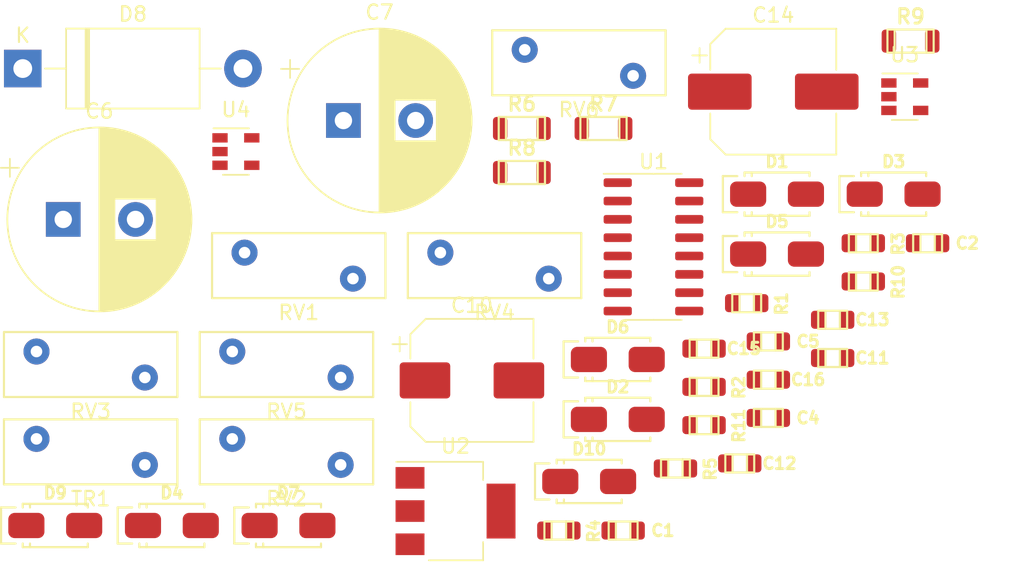
<source format=kicad_pcb>
(kicad_pcb (version 20190331) (host pcbnew "(5.1.0-368-g69cdb4a76)")

  (general
    (thickness 1.6)
    (drawings 0)
    (tracks 0)
    (modules 45)
    (nets 30)
  )

  (page "A4")
  (layers
    (0 "F.Cu" signal)
    (31 "B.Cu" signal)
    (32 "B.Adhes" user)
    (33 "F.Adhes" user)
    (34 "B.Paste" user)
    (35 "F.Paste" user)
    (36 "B.SilkS" user)
    (37 "F.SilkS" user)
    (38 "B.Mask" user)
    (39 "F.Mask" user)
    (40 "Dwgs.User" user)
    (41 "Cmts.User" user)
    (42 "Eco1.User" user)
    (43 "Eco2.User" user)
    (44 "Edge.Cuts" user)
    (45 "Margin" user)
    (46 "B.CrtYd" user)
    (47 "F.CrtYd" user)
    (48 "B.Fab" user)
    (49 "F.Fab" user)
  )

  (setup
    (last_trace_width 0.25)
    (trace_clearance 0.2)
    (zone_clearance 0.508)
    (zone_45_only no)
    (trace_min 0.2)
    (via_size 0.8)
    (via_drill 0.4)
    (via_min_size 0.4)
    (via_min_drill 0.3)
    (uvia_size 0.3)
    (uvia_drill 0.1)
    (uvias_allowed no)
    (uvia_min_size 0.2)
    (uvia_min_drill 0.1)
    (edge_width 0.05)
    (segment_width 0.2)
    (pcb_text_width 0.3)
    (pcb_text_size 1.5 1.5)
    (mod_edge_width 0.12)
    (mod_text_size 1 1)
    (mod_text_width 0.15)
    (pad_size 1.524 1.524)
    (pad_drill 0.762)
    (pad_to_mask_clearance 0.051)
    (solder_mask_min_width 0.25)
    (aux_axis_origin 0 0)
    (visible_elements FFFFFF7F)
    (pcbplotparams
      (layerselection 0x010fc_ffffffff)
      (usegerberextensions false)
      (usegerberattributes false)
      (usegerberadvancedattributes false)
      (creategerberjobfile false)
      (excludeedgelayer true)
      (linewidth 0.100000)
      (plotframeref false)
      (viasonmask false)
      (mode 1)
      (useauxorigin false)
      (hpglpennumber 1)
      (hpglpenspeed 20)
      (hpglpendiameter 15.000000)
      (psnegative false)
      (psa4output false)
      (plotreference true)
      (plotvalue true)
      (plotinvisibletext false)
      (padsonsilk false)
      (subtractmaskfromsilk false)
      (outputformat 1)
      (mirror false)
      (drillshape 1)
      (scaleselection 1)
      (outputdirectory ""))
  )

  (net 0 "")
  (net 1 "Net-(C?1556958770-Pad1)")
  (net 2 "GND")
  (net 3 "Net-(C?1556916859-Pad1)")
  (net 4 "Net-(C?1556916859-Pad2)")
  (net 5 "Net-(C?1556919213-Pad1)")
  (net 6 "Net-(C?1556624921-Pad2)")
  (net 7 "DC+")
  (net 8 "GNDA")
  (net 9 "Net-(C?1556810776-Pad1)")
  (net 10 "+5V")
  (net 11 "Net-(BT?1556867694-Pad1)")
  (net 12 "Net-(C?1556883872-Pad1)")
  (net 13 "Net-(BT?1556867694-Pad2)")
  (net 14 "Net-(D1-Pad2)")
  (net 15 "Net-(D?1556584705-Pad2)")
  (net 16 "Net-(D?1556585160-Pad2)")
  (net 17 "Net-(D?1556963225-Pad2)")
  (net 18 "Net-(D?1556997350-Pad1)")
  (net 19 "Net-(D?1556997350-Pad2)")
  (net 20 "Net-(D?1556809417-Pad2)")
  (net 21 "Net-(R?1556927718-Pad1)")
  (net 22 "Net-(R?1556926018-Pad1)")
  (net 23 "Net-(R?1556909002-Pad1)")
  (net 24 "Net-(R?1556896618-Pad1)")
  (net 25 "L1")
  (net 26 "L3")
  (net 27 "L2")
  (net 28 "Net-(U?1556861916-Pad5)")
  (net 29 "Net-(U?1556861916-Pad4)")

  (net_class "Default" "Dies ist die voreingestellte Netzklasse."
    (clearance 0.2)
    (trace_width 0.25)
    (via_dia 0.8)
    (via_drill 0.4)
    (uvia_dia 0.3)
    (uvia_drill 0.1)
    (add_net "+5V")
    (add_net "DC+")
    (add_net "GND")
    (add_net "GNDA")
    (add_net "L1")
    (add_net "L2")
    (add_net "L3")
    (add_net "Net-(BT?1556867694-Pad1)")
    (add_net "Net-(BT?1556867694-Pad2)")
    (add_net "Net-(C?1556624921-Pad2)")
    (add_net "Net-(C?1556810776-Pad1)")
    (add_net "Net-(C?1556883872-Pad1)")
    (add_net "Net-(C?1556916859-Pad1)")
    (add_net "Net-(C?1556916859-Pad2)")
    (add_net "Net-(C?1556919213-Pad1)")
    (add_net "Net-(C?1556958770-Pad1)")
    (add_net "Net-(D1-Pad2)")
    (add_net "Net-(D?1556584705-Pad2)")
    (add_net "Net-(D?1556585160-Pad2)")
    (add_net "Net-(D?1556809417-Pad2)")
    (add_net "Net-(D?1556963225-Pad2)")
    (add_net "Net-(D?1556997350-Pad1)")
    (add_net "Net-(D?1556997350-Pad2)")
    (add_net "Net-(R?1556896618-Pad1)")
    (add_net "Net-(R?1556909002-Pad1)")
    (add_net "Net-(R?1556926018-Pad1)")
    (add_net "Net-(R?1556927718-Pad1)")
    (add_net "Net-(U?1556861916-Pad4)")
    (add_net "Net-(U?1556861916-Pad5)")
  )

  (module "Package_TO_SOT_SMD:SOT-23-5" (layer "F.Cu") (tedit 5A02FF57) (tstamp 5CCB4C8A)
    (at 111.475001 83.100001)
    (descr "5-pin SOT23 package")
    (tags "SOT-23-5")
    (path "/5CCBD3DC")
    (attr smd)
    (fp_text reference "U4" (at 0 -2.9) (layer "F.SilkS")
      (effects (font (size 1 1) (thickness 0.15)))
    )
    (fp_text value "AP9101CK" (at 0 2.9) (layer "F.Fab")
      (effects (font (size 1 1) (thickness 0.15)))
    )
    (fp_line (start 0.9 -1.55) (end 0.9 1.55) (layer "F.Fab") (width 0.1))
    (fp_line (start 0.9 1.55) (end -0.9 1.55) (layer "F.Fab") (width 0.1))
    (fp_line (start -0.9 -0.9) (end -0.9 1.55) (layer "F.Fab") (width 0.1))
    (fp_line (start 0.9 -1.55) (end -0.25 -1.55) (layer "F.Fab") (width 0.1))
    (fp_line (start -0.9 -0.9) (end -0.25 -1.55) (layer "F.Fab") (width 0.1))
    (fp_line (start -1.9 1.8) (end -1.9 -1.8) (layer "F.CrtYd") (width 0.05))
    (fp_line (start 1.9 1.8) (end -1.9 1.8) (layer "F.CrtYd") (width 0.05))
    (fp_line (start 1.9 -1.8) (end 1.9 1.8) (layer "F.CrtYd") (width 0.05))
    (fp_line (start -1.9 -1.8) (end 1.9 -1.8) (layer "F.CrtYd") (width 0.05))
    (fp_line (start 0.9 -1.61) (end -1.55 -1.61) (layer "F.SilkS") (width 0.12))
    (fp_line (start -0.9 1.61) (end 0.9 1.61) (layer "F.SilkS") (width 0.12))
    (fp_text user "%R" (at 0 0 90) (layer "F.Fab")
      (effects (font (size 0.5 0.5) (thickness 0.075)))
    )
    (pad "5" smd rect (at 1.1 -0.95) (size 1.06 0.65) (layers "F.Cu" "F.Paste" "F.Mask")
      (net 28 "Net-(U?1556861916-Pad5)"))
    (pad "4" smd rect (at 1.1 0.95) (size 1.06 0.65) (layers "F.Cu" "F.Paste" "F.Mask")
      (net 29 "Net-(U?1556861916-Pad4)"))
    (pad "3" smd rect (at -1.1 0.95) (size 1.06 0.65) (layers "F.Cu" "F.Paste" "F.Mask")
      (net 13 "Net-(BT?1556867694-Pad2)"))
    (pad "2" smd rect (at -1.1 0) (size 1.06 0.65) (layers "F.Cu" "F.Paste" "F.Mask")
      (net 12 "Net-(C?1556883872-Pad1)"))
    (pad "1" smd rect (at -1.1 -0.95) (size 1.06 0.65) (layers "F.Cu" "F.Paste" "F.Mask")
      (net 24 "Net-(R?1556896618-Pad1)"))
    (model "${KISYS3DMOD}/Package_TO_SOT_SMD.3dshapes/SOT-23-5.wrl"
      (at (xyz 0 0 0))
      (scale (xyz 1 1 1))
      (rotate (xyz 0 0 0))
    )
  )

  (module "Package_TO_SOT_SMD:SOT-23-5" (layer "F.Cu") (tedit 5A02FF57) (tstamp 5CCB4C75)
    (at 157.765001 79.300001)
    (descr "5-pin SOT23 package")
    (tags "SOT-23-5")
    (path "/5CCBBA3A")
    (attr smd)
    (fp_text reference "U3" (at 0 -2.9) (layer "F.SilkS")
      (effects (font (size 1 1) (thickness 0.15)))
    )
    (fp_text value "MCP73811T-420I-OT" (at 0 2.9) (layer "F.Fab")
      (effects (font (size 1 1) (thickness 0.15)))
    )
    (fp_line (start 0.9 -1.55) (end 0.9 1.55) (layer "F.Fab") (width 0.1))
    (fp_line (start 0.9 1.55) (end -0.9 1.55) (layer "F.Fab") (width 0.1))
    (fp_line (start -0.9 -0.9) (end -0.9 1.55) (layer "F.Fab") (width 0.1))
    (fp_line (start 0.9 -1.55) (end -0.25 -1.55) (layer "F.Fab") (width 0.1))
    (fp_line (start -0.9 -0.9) (end -0.25 -1.55) (layer "F.Fab") (width 0.1))
    (fp_line (start -1.9 1.8) (end -1.9 -1.8) (layer "F.CrtYd") (width 0.05))
    (fp_line (start 1.9 1.8) (end -1.9 1.8) (layer "F.CrtYd") (width 0.05))
    (fp_line (start 1.9 -1.8) (end 1.9 1.8) (layer "F.CrtYd") (width 0.05))
    (fp_line (start -1.9 -1.8) (end 1.9 -1.8) (layer "F.CrtYd") (width 0.05))
    (fp_line (start 0.9 -1.61) (end -1.55 -1.61) (layer "F.SilkS") (width 0.12))
    (fp_line (start -0.9 1.61) (end 0.9 1.61) (layer "F.SilkS") (width 0.12))
    (fp_text user "%R" (at 0 0 90) (layer "F.Fab")
      (effects (font (size 0.5 0.5) (thickness 0.075)))
    )
    (pad "5" smd rect (at 1.1 -0.95) (size 1.06 0.65) (layers "F.Cu" "F.Paste" "F.Mask")
      (net 10 "+5V"))
    (pad "4" smd rect (at 1.1 0.95) (size 1.06 0.65) (layers "F.Cu" "F.Paste" "F.Mask")
      (net 10 "+5V"))
    (pad "3" smd rect (at -1.1 0.95) (size 1.06 0.65) (layers "F.Cu" "F.Paste" "F.Mask")
      (net 11 "Net-(BT?1556867694-Pad1)"))
    (pad "2" smd rect (at -1.1 0) (size 1.06 0.65) (layers "F.Cu" "F.Paste" "F.Mask")
      (net 8 "GNDA"))
    (pad "1" smd rect (at -1.1 -0.95) (size 1.06 0.65) (layers "F.Cu" "F.Paste" "F.Mask")
      (net 10 "+5V"))
    (model "${KISYS3DMOD}/Package_TO_SOT_SMD.3dshapes/SOT-23-5.wrl"
      (at (xyz 0 0 0))
      (scale (xyz 1 1 1))
      (rotate (xyz 0 0 0))
    )
  )

  (module "Package_TO_SOT_SMD:SOT-223-3_TabPin2" (layer "F.Cu") (tedit 5A02FF57) (tstamp 5CCB4C60)
    (at 126.675001 108.000001)
    (descr "module CMS SOT223 4 pins")
    (tags "CMS SOT")
    (path "/5CCB263B")
    (attr smd)
    (fp_text reference "U2" (at 0 -4.5) (layer "F.SilkS")
      (effects (font (size 1 1) (thickness 0.15)))
    )
    (fp_text value "AP1117-50" (at 0 4.5) (layer "F.Fab")
      (effects (font (size 1 1) (thickness 0.15)))
    )
    (fp_line (start 1.85 -3.35) (end 1.85 3.35) (layer "F.Fab") (width 0.1))
    (fp_line (start -1.85 3.35) (end 1.85 3.35) (layer "F.Fab") (width 0.1))
    (fp_line (start -4.1 -3.41) (end 1.91 -3.41) (layer "F.SilkS") (width 0.12))
    (fp_line (start -0.85 -3.35) (end 1.85 -3.35) (layer "F.Fab") (width 0.1))
    (fp_line (start -1.85 3.41) (end 1.91 3.41) (layer "F.SilkS") (width 0.12))
    (fp_line (start -1.85 -2.35) (end -1.85 3.35) (layer "F.Fab") (width 0.1))
    (fp_line (start -1.85 -2.35) (end -0.85 -3.35) (layer "F.Fab") (width 0.1))
    (fp_line (start -4.4 -3.6) (end -4.4 3.6) (layer "F.CrtYd") (width 0.05))
    (fp_line (start -4.4 3.6) (end 4.4 3.6) (layer "F.CrtYd") (width 0.05))
    (fp_line (start 4.4 3.6) (end 4.4 -3.6) (layer "F.CrtYd") (width 0.05))
    (fp_line (start 4.4 -3.6) (end -4.4 -3.6) (layer "F.CrtYd") (width 0.05))
    (fp_line (start 1.91 -3.41) (end 1.91 -2.15) (layer "F.SilkS") (width 0.12))
    (fp_line (start 1.91 3.41) (end 1.91 2.15) (layer "F.SilkS") (width 0.12))
    (fp_text user "%R" (at 0 0 90) (layer "F.Fab")
      (effects (font (size 0.8 0.8) (thickness 0.12)))
    )
    (pad "1" smd rect (at -3.15 -2.3) (size 2 1.5) (layers "F.Cu" "F.Paste" "F.Mask")
      (net 8 "GNDA"))
    (pad "3" smd rect (at -3.15 2.3) (size 2 1.5) (layers "F.Cu" "F.Paste" "F.Mask")
      (net 9 "Net-(C?1556810776-Pad1)"))
    (pad "2" smd rect (at -3.15 0) (size 2 1.5) (layers "F.Cu" "F.Paste" "F.Mask")
      (net 10 "+5V"))
    (pad "2" smd rect (at 3.15 0) (size 2 3.8) (layers "F.Cu" "F.Paste" "F.Mask")
      (net 10 "+5V"))
    (model "${KISYS3DMOD}/Package_TO_SOT_SMD.3dshapes/SOT-223.wrl"
      (at (xyz 0 0 0))
      (scale (xyz 1 1 1))
      (rotate (xyz 0 0 0))
    )
  )

  (module "Package_SO:SOIC-16_3.9x9.9mm_P1.27mm" (layer "F.Cu") (tedit 5C97300E) (tstamp 5CCB4C4A)
    (at 140.375001 89.700001)
    (descr "SOIC, 16 Pin (JEDEC MS-012AC, https://www.analog.com/media/en/package-pcb-resources/package/pkg_pdf/soic_narrow-r/r_16.pdf), generated with kicad-footprint-generator ipc_gullwing_generator.py")
    (tags "SOIC SO")
    (path "/5CCC6844")
    (attr smd)
    (fp_text reference "U1" (at 0 -5.9) (layer "F.SilkS")
      (effects (font (size 1 1) (thickness 0.15)))
    )
    (fp_text value "ALTAIR04-900" (at 0 5.9) (layer "F.Fab")
      (effects (font (size 1 1) (thickness 0.15)))
    )
    (fp_text user "%R" (at 0 0) (layer "F.Fab")
      (effects (font (size 0.98 0.98) (thickness 0.15)))
    )
    (fp_line (start 3.7 -5.2) (end -3.7 -5.2) (layer "F.CrtYd") (width 0.05))
    (fp_line (start 3.7 5.2) (end 3.7 -5.2) (layer "F.CrtYd") (width 0.05))
    (fp_line (start -3.7 5.2) (end 3.7 5.2) (layer "F.CrtYd") (width 0.05))
    (fp_line (start -3.7 -5.2) (end -3.7 5.2) (layer "F.CrtYd") (width 0.05))
    (fp_line (start -1.95 -3.975) (end -0.975 -4.95) (layer "F.Fab") (width 0.1))
    (fp_line (start -1.95 4.95) (end -1.95 -3.975) (layer "F.Fab") (width 0.1))
    (fp_line (start 1.95 4.95) (end -1.95 4.95) (layer "F.Fab") (width 0.1))
    (fp_line (start 1.95 -4.95) (end 1.95 4.95) (layer "F.Fab") (width 0.1))
    (fp_line (start -0.975 -4.95) (end 1.95 -4.95) (layer "F.Fab") (width 0.1))
    (fp_line (start 0 -5.06) (end -3.45 -5.06) (layer "F.SilkS") (width 0.12))
    (fp_line (start 0 -5.06) (end 1.95 -5.06) (layer "F.SilkS") (width 0.12))
    (fp_line (start 0 5.06) (end -1.95 5.06) (layer "F.SilkS") (width 0.12))
    (fp_line (start 0 5.06) (end 1.95 5.06) (layer "F.SilkS") (width 0.12))
    (pad "16" smd roundrect (at 2.475 -4.445) (size 1.95 0.6) (layers "F.Cu" "F.Paste" "F.Mask") (roundrect_rratio 0.25)
      (net 19 "Net-(D?1556997350-Pad2)"))
    (pad "15" smd roundrect (at 2.475 -3.175) (size 1.95 0.6) (layers "F.Cu" "F.Paste" "F.Mask") (roundrect_rratio 0.25)
      (net 19 "Net-(D?1556997350-Pad2)"))
    (pad "14" smd roundrect (at 2.475 -1.905) (size 1.95 0.6) (layers "F.Cu" "F.Paste" "F.Mask") (roundrect_rratio 0.25)
      (net 19 "Net-(D?1556997350-Pad2)"))
    (pad "13" smd roundrect (at 2.475 -0.635) (size 1.95 0.6) (layers "F.Cu" "F.Paste" "F.Mask") (roundrect_rratio 0.25)
      (net 19 "Net-(D?1556997350-Pad2)"))
    (pad "12" smd roundrect (at 2.475 0.635) (size 1.95 0.6) (layers "F.Cu" "F.Paste" "F.Mask") (roundrect_rratio 0.25))
    (pad "11" smd roundrect (at 2.475 1.905) (size 1.95 0.6) (layers "F.Cu" "F.Paste" "F.Mask") (roundrect_rratio 0.25))
    (pad "10" smd roundrect (at 2.475 3.175) (size 1.95 0.6) (layers "F.Cu" "F.Paste" "F.Mask") (roundrect_rratio 0.25))
    (pad "9" smd roundrect (at 2.475 4.445) (size 1.95 0.6) (layers "F.Cu" "F.Paste" "F.Mask") (roundrect_rratio 0.25))
    (pad "8" smd roundrect (at -2.475 4.445) (size 1.95 0.6) (layers "F.Cu" "F.Paste" "F.Mask") (roundrect_rratio 0.25))
    (pad "7" smd roundrect (at -2.475 3.175) (size 1.95 0.6) (layers "F.Cu" "F.Paste" "F.Mask") (roundrect_rratio 0.25)
      (net 3 "Net-(C?1556916859-Pad1)"))
    (pad "6" smd roundrect (at -2.475 1.905) (size 1.95 0.6) (layers "F.Cu" "F.Paste" "F.Mask") (roundrect_rratio 0.25)
      (net 22 "Net-(R?1556926018-Pad1)"))
    (pad "5" smd roundrect (at -2.475 0.635) (size 1.95 0.6) (layers "F.Cu" "F.Paste" "F.Mask") (roundrect_rratio 0.25)
      (net 5 "Net-(C?1556919213-Pad1)"))
    (pad "4" smd roundrect (at -2.475 -0.635) (size 1.95 0.6) (layers "F.Cu" "F.Paste" "F.Mask") (roundrect_rratio 0.25)
      (net 2 "GND"))
    (pad "3" smd roundrect (at -2.475 -1.905) (size 1.95 0.6) (layers "F.Cu" "F.Paste" "F.Mask") (roundrect_rratio 0.25)
      (net 1 "Net-(C?1556958770-Pad1)"))
    (pad "2" smd roundrect (at -2.475 -3.175) (size 1.95 0.6) (layers "F.Cu" "F.Paste" "F.Mask") (roundrect_rratio 0.25)
      (net 23 "Net-(R?1556909002-Pad1)"))
    (pad "1" smd roundrect (at -2.475 -4.445) (size 1.95 0.6) (layers "F.Cu" "F.Paste" "F.Mask") (roundrect_rratio 0.25)
      (net 23 "Net-(R?1556909002-Pad1)"))
    (model "${KISYS3DMOD}/Package_SO.3dshapes/SOIC-16_3.9x9.9mm_P1.27mm.wrl"
      (at (xyz 0 0 0))
      (scale (xyz 1 1 1))
      (rotate (xyz 0 0 0))
    )
  )

  (module "Varistor:RV_Disc_D12mm_W4.5mm_P7.5mm" (layer "F.Cu") (tedit 5A0F68DF) (tstamp 5CCB4C28)
    (at 97.675001 103.000001)
    (descr "Varistor, diameter 12mm, width 4.5mm, pitch 7.5mm")
    (tags "varistor SIOV")
    (path "/5CCE1EA2")
    (fp_text reference "TR1" (at 3.75 4.15) (layer "F.SilkS")
      (effects (font (size 1 1) (thickness 0.15)))
    )
    (fp_text value "750871110" (at 3.75 -2.35) (layer "F.Fab")
      (effects (font (size 1 1) (thickness 0.15)))
    )
    (fp_line (start -2.25 -1.35) (end -2.25 3.15) (layer "F.Fab") (width 0.1))
    (fp_line (start 9.75 -1.35) (end 9.75 3.15) (layer "F.Fab") (width 0.1))
    (fp_line (start -2.25 -1.35) (end 9.75 -1.35) (layer "F.Fab") (width 0.1))
    (fp_line (start -2.25 3.15) (end 9.75 3.15) (layer "F.Fab") (width 0.1))
    (fp_line (start -2.25 -1.35) (end -2.25 3.15) (layer "F.SilkS") (width 0.15))
    (fp_line (start 9.75 -1.35) (end 9.75 3.15) (layer "F.SilkS") (width 0.15))
    (fp_line (start -2.25 -1.35) (end 9.75 -1.35) (layer "F.SilkS") (width 0.15))
    (fp_line (start -2.25 3.15) (end 9.75 3.15) (layer "F.SilkS") (width 0.15))
    (fp_line (start -2.5 -1.6) (end -2.5 3.4) (layer "F.CrtYd") (width 0.05))
    (fp_line (start 10 -1.6) (end 10 3.4) (layer "F.CrtYd") (width 0.05))
    (fp_line (start -2.5 -1.6) (end 10 -1.6) (layer "F.CrtYd") (width 0.05))
    (fp_line (start -2.5 3.4) (end 10 3.4) (layer "F.CrtYd") (width 0.05))
    (fp_text user "%R" (at 3.75 0.9) (layer "F.Fab")
      (effects (font (size 1 1) (thickness 0.15)))
    )
    (pad "2" thru_hole circle (at 7.5 1.8) (size 1.8 1.8) (drill 0.8) (layers *.Cu *.Mask))
    (pad "1" thru_hole circle (at 0 0) (size 1.8 1.8) (drill 0.8) (layers *.Cu *.Mask)
      (net 2 "GND"))
    (model "${KISYS3DMOD}/Varistor.3dshapes/RV_Disc_D12mm_W4.5mm_P7.5mm.wrl"
      (at (xyz 0 0 0))
      (scale (xyz 1 1 1))
      (rotate (xyz 0 0 0))
    )
  )

  (module "Varistor:RV_Disc_D12mm_W4.5mm_P7.5mm" (layer "F.Cu") (tedit 5A0F68DF) (tstamp 5CCB4C15)
    (at 131.465001 76.050001)
    (descr "Varistor, diameter 12mm, width 4.5mm, pitch 7.5mm")
    (tags "varistor SIOV")
    (path "/5CCB5C10")
    (fp_text reference "RV6" (at 3.75 4.15) (layer "F.SilkS")
      (effects (font (size 1 1) (thickness 0.15)))
    )
    (fp_text value "Varistor" (at 3.75 -2.35) (layer "F.Fab")
      (effects (font (size 1 1) (thickness 0.15)))
    )
    (fp_line (start -2.25 -1.35) (end -2.25 3.15) (layer "F.Fab") (width 0.1))
    (fp_line (start 9.75 -1.35) (end 9.75 3.15) (layer "F.Fab") (width 0.1))
    (fp_line (start -2.25 -1.35) (end 9.75 -1.35) (layer "F.Fab") (width 0.1))
    (fp_line (start -2.25 3.15) (end 9.75 3.15) (layer "F.Fab") (width 0.1))
    (fp_line (start -2.25 -1.35) (end -2.25 3.15) (layer "F.SilkS") (width 0.15))
    (fp_line (start 9.75 -1.35) (end 9.75 3.15) (layer "F.SilkS") (width 0.15))
    (fp_line (start -2.25 -1.35) (end 9.75 -1.35) (layer "F.SilkS") (width 0.15))
    (fp_line (start -2.25 3.15) (end 9.75 3.15) (layer "F.SilkS") (width 0.15))
    (fp_line (start -2.5 -1.6) (end -2.5 3.4) (layer "F.CrtYd") (width 0.05))
    (fp_line (start 10 -1.6) (end 10 3.4) (layer "F.CrtYd") (width 0.05))
    (fp_line (start -2.5 -1.6) (end 10 -1.6) (layer "F.CrtYd") (width 0.05))
    (fp_line (start -2.5 3.4) (end 10 3.4) (layer "F.CrtYd") (width 0.05))
    (fp_text user "%R" (at 3.75 0.9) (layer "F.Fab")
      (effects (font (size 1 1) (thickness 0.15)))
    )
    (pad "2" thru_hole circle (at 7.5 1.8) (size 1.8 1.8) (drill 0.8) (layers *.Cu *.Mask)
      (net 26 "L3"))
    (pad "1" thru_hole circle (at 0 0) (size 1.8 1.8) (drill 0.8) (layers *.Cu *.Mask)
      (net 16 "Net-(D?1556585160-Pad2)"))
    (model "${KISYS3DMOD}/Varistor.3dshapes/RV_Disc_D12mm_W4.5mm_P7.5mm.wrl"
      (at (xyz 0 0 0))
      (scale (xyz 1 1 1))
      (rotate (xyz 0 0 0))
    )
  )

  (module "Varistor:RV_Disc_D12mm_W4.5mm_P7.5mm" (layer "F.Cu") (tedit 5A0F68DF) (tstamp 5CCB4C02)
    (at 111.225001 96.950001)
    (descr "Varistor, diameter 12mm, width 4.5mm, pitch 7.5mm")
    (tags "varistor SIOV")
    (path "/5CCB58AB")
    (fp_text reference "RV5" (at 3.75 4.15) (layer "F.SilkS")
      (effects (font (size 1 1) (thickness 0.15)))
    )
    (fp_text value "Varistor" (at 3.75 -2.35) (layer "F.Fab")
      (effects (font (size 1 1) (thickness 0.15)))
    )
    (fp_line (start -2.25 -1.35) (end -2.25 3.15) (layer "F.Fab") (width 0.1))
    (fp_line (start 9.75 -1.35) (end 9.75 3.15) (layer "F.Fab") (width 0.1))
    (fp_line (start -2.25 -1.35) (end 9.75 -1.35) (layer "F.Fab") (width 0.1))
    (fp_line (start -2.25 3.15) (end 9.75 3.15) (layer "F.Fab") (width 0.1))
    (fp_line (start -2.25 -1.35) (end -2.25 3.15) (layer "F.SilkS") (width 0.15))
    (fp_line (start 9.75 -1.35) (end 9.75 3.15) (layer "F.SilkS") (width 0.15))
    (fp_line (start -2.25 -1.35) (end 9.75 -1.35) (layer "F.SilkS") (width 0.15))
    (fp_line (start -2.25 3.15) (end 9.75 3.15) (layer "F.SilkS") (width 0.15))
    (fp_line (start -2.5 -1.6) (end -2.5 3.4) (layer "F.CrtYd") (width 0.05))
    (fp_line (start 10 -1.6) (end 10 3.4) (layer "F.CrtYd") (width 0.05))
    (fp_line (start -2.5 -1.6) (end 10 -1.6) (layer "F.CrtYd") (width 0.05))
    (fp_line (start -2.5 3.4) (end 10 3.4) (layer "F.CrtYd") (width 0.05))
    (fp_text user "%R" (at 3.75 0.9) (layer "F.Fab")
      (effects (font (size 1 1) (thickness 0.15)))
    )
    (pad "2" thru_hole circle (at 7.5 1.8) (size 1.8 1.8) (drill 0.8) (layers *.Cu *.Mask)
      (net 27 "L2"))
    (pad "1" thru_hole circle (at 0 0) (size 1.8 1.8) (drill 0.8) (layers *.Cu *.Mask)
      (net 15 "Net-(D?1556584705-Pad2)"))
    (model "${KISYS3DMOD}/Varistor.3dshapes/RV_Disc_D12mm_W4.5mm_P7.5mm.wrl"
      (at (xyz 0 0 0))
      (scale (xyz 1 1 1))
      (rotate (xyz 0 0 0))
    )
  )

  (module "Varistor:RV_Disc_D12mm_W4.5mm_P7.5mm" (layer "F.Cu") (tedit 5A0F68DF) (tstamp 5CCB4BEF)
    (at 125.625001 90.100001)
    (descr "Varistor, diameter 12mm, width 4.5mm, pitch 7.5mm")
    (tags "varistor SIOV")
    (path "/5CCB4F33")
    (fp_text reference "RV4" (at 3.75 4.15) (layer "F.SilkS")
      (effects (font (size 1 1) (thickness 0.15)))
    )
    (fp_text value "Varistor" (at 3.75 -2.35) (layer "F.Fab")
      (effects (font (size 1 1) (thickness 0.15)))
    )
    (fp_line (start -2.25 -1.35) (end -2.25 3.15) (layer "F.Fab") (width 0.1))
    (fp_line (start 9.75 -1.35) (end 9.75 3.15) (layer "F.Fab") (width 0.1))
    (fp_line (start -2.25 -1.35) (end 9.75 -1.35) (layer "F.Fab") (width 0.1))
    (fp_line (start -2.25 3.15) (end 9.75 3.15) (layer "F.Fab") (width 0.1))
    (fp_line (start -2.25 -1.35) (end -2.25 3.15) (layer "F.SilkS") (width 0.15))
    (fp_line (start 9.75 -1.35) (end 9.75 3.15) (layer "F.SilkS") (width 0.15))
    (fp_line (start -2.25 -1.35) (end 9.75 -1.35) (layer "F.SilkS") (width 0.15))
    (fp_line (start -2.25 3.15) (end 9.75 3.15) (layer "F.SilkS") (width 0.15))
    (fp_line (start -2.5 -1.6) (end -2.5 3.4) (layer "F.CrtYd") (width 0.05))
    (fp_line (start 10 -1.6) (end 10 3.4) (layer "F.CrtYd") (width 0.05))
    (fp_line (start -2.5 -1.6) (end 10 -1.6) (layer "F.CrtYd") (width 0.05))
    (fp_line (start -2.5 3.4) (end 10 3.4) (layer "F.CrtYd") (width 0.05))
    (fp_text user "%R" (at 3.75 0.9) (layer "F.Fab")
      (effects (font (size 1 1) (thickness 0.15)))
    )
    (pad "2" thru_hole circle (at 7.5 1.8) (size 1.8 1.8) (drill 0.8) (layers *.Cu *.Mask)
      (net 25 "L1"))
    (pad "1" thru_hole circle (at 0 0) (size 1.8 1.8) (drill 0.8) (layers *.Cu *.Mask)
      (net 14 "Net-(D1-Pad2)"))
    (model "${KISYS3DMOD}/Varistor.3dshapes/RV_Disc_D12mm_W4.5mm_P7.5mm.wrl"
      (at (xyz 0 0 0))
      (scale (xyz 1 1 1))
      (rotate (xyz 0 0 0))
    )
  )

  (module "Varistor:RV_Disc_D12mm_W4.5mm_P7.5mm" (layer "F.Cu") (tedit 5A0F68DF) (tstamp 5CCB4BDC)
    (at 97.675001 96.950001)
    (descr "Varistor, diameter 12mm, width 4.5mm, pitch 7.5mm")
    (tags "varistor SIOV")
    (path "/5CCB8CB7")
    (fp_text reference "RV3" (at 3.75 4.15) (layer "F.SilkS")
      (effects (font (size 1 1) (thickness 0.15)))
    )
    (fp_text value "Varistor" (at 3.75 -2.35) (layer "F.Fab")
      (effects (font (size 1 1) (thickness 0.15)))
    )
    (fp_line (start -2.25 -1.35) (end -2.25 3.15) (layer "F.Fab") (width 0.1))
    (fp_line (start 9.75 -1.35) (end 9.75 3.15) (layer "F.Fab") (width 0.1))
    (fp_line (start -2.25 -1.35) (end 9.75 -1.35) (layer "F.Fab") (width 0.1))
    (fp_line (start -2.25 3.15) (end 9.75 3.15) (layer "F.Fab") (width 0.1))
    (fp_line (start -2.25 -1.35) (end -2.25 3.15) (layer "F.SilkS") (width 0.15))
    (fp_line (start 9.75 -1.35) (end 9.75 3.15) (layer "F.SilkS") (width 0.15))
    (fp_line (start -2.25 -1.35) (end 9.75 -1.35) (layer "F.SilkS") (width 0.15))
    (fp_line (start -2.25 3.15) (end 9.75 3.15) (layer "F.SilkS") (width 0.15))
    (fp_line (start -2.5 -1.6) (end -2.5 3.4) (layer "F.CrtYd") (width 0.05))
    (fp_line (start 10 -1.6) (end 10 3.4) (layer "F.CrtYd") (width 0.05))
    (fp_line (start -2.5 -1.6) (end 10 -1.6) (layer "F.CrtYd") (width 0.05))
    (fp_line (start -2.5 3.4) (end 10 3.4) (layer "F.CrtYd") (width 0.05))
    (fp_text user "%R" (at 3.75 0.9) (layer "F.Fab")
      (effects (font (size 1 1) (thickness 0.15)))
    )
    (pad "2" thru_hole circle (at 7.5 1.8) (size 1.8 1.8) (drill 0.8) (layers *.Cu *.Mask)
      (net 27 "L2"))
    (pad "1" thru_hole circle (at 0 0) (size 1.8 1.8) (drill 0.8) (layers *.Cu *.Mask)
      (net 26 "L3"))
    (model "${KISYS3DMOD}/Varistor.3dshapes/RV_Disc_D12mm_W4.5mm_P7.5mm.wrl"
      (at (xyz 0 0 0))
      (scale (xyz 1 1 1))
      (rotate (xyz 0 0 0))
    )
  )

  (module "Varistor:RV_Disc_D12mm_W4.5mm_P7.5mm" (layer "F.Cu") (tedit 5A0F68DF) (tstamp 5CCB4BC9)
    (at 111.225001 103.000001)
    (descr "Varistor, diameter 12mm, width 4.5mm, pitch 7.5mm")
    (tags "varistor SIOV")
    (path "/5CCB81FA")
    (fp_text reference "RV2" (at 3.75 4.15) (layer "F.SilkS")
      (effects (font (size 1 1) (thickness 0.15)))
    )
    (fp_text value "Varistor" (at 3.75 -2.35) (layer "F.Fab")
      (effects (font (size 1 1) (thickness 0.15)))
    )
    (fp_line (start -2.25 -1.35) (end -2.25 3.15) (layer "F.Fab") (width 0.1))
    (fp_line (start 9.75 -1.35) (end 9.75 3.15) (layer "F.Fab") (width 0.1))
    (fp_line (start -2.25 -1.35) (end 9.75 -1.35) (layer "F.Fab") (width 0.1))
    (fp_line (start -2.25 3.15) (end 9.75 3.15) (layer "F.Fab") (width 0.1))
    (fp_line (start -2.25 -1.35) (end -2.25 3.15) (layer "F.SilkS") (width 0.15))
    (fp_line (start 9.75 -1.35) (end 9.75 3.15) (layer "F.SilkS") (width 0.15))
    (fp_line (start -2.25 -1.35) (end 9.75 -1.35) (layer "F.SilkS") (width 0.15))
    (fp_line (start -2.25 3.15) (end 9.75 3.15) (layer "F.SilkS") (width 0.15))
    (fp_line (start -2.5 -1.6) (end -2.5 3.4) (layer "F.CrtYd") (width 0.05))
    (fp_line (start 10 -1.6) (end 10 3.4) (layer "F.CrtYd") (width 0.05))
    (fp_line (start -2.5 -1.6) (end 10 -1.6) (layer "F.CrtYd") (width 0.05))
    (fp_line (start -2.5 3.4) (end 10 3.4) (layer "F.CrtYd") (width 0.05))
    (fp_text user "%R" (at 3.75 0.9) (layer "F.Fab")
      (effects (font (size 1 1) (thickness 0.15)))
    )
    (pad "2" thru_hole circle (at 7.5 1.8) (size 1.8 1.8) (drill 0.8) (layers *.Cu *.Mask)
      (net 25 "L1"))
    (pad "1" thru_hole circle (at 0 0) (size 1.8 1.8) (drill 0.8) (layers *.Cu *.Mask)
      (net 27 "L2"))
    (model "${KISYS3DMOD}/Varistor.3dshapes/RV_Disc_D12mm_W4.5mm_P7.5mm.wrl"
      (at (xyz 0 0 0))
      (scale (xyz 1 1 1))
      (rotate (xyz 0 0 0))
    )
  )

  (module "Varistor:RV_Disc_D12mm_W4.5mm_P7.5mm" (layer "F.Cu") (tedit 5A0F68DF) (tstamp 5CCB4BB6)
    (at 112.075001 90.100001)
    (descr "Varistor, diameter 12mm, width 4.5mm, pitch 7.5mm")
    (tags "varistor SIOV")
    (path "/5CCB9BDE")
    (fp_text reference "RV1" (at 3.75 4.15) (layer "F.SilkS")
      (effects (font (size 1 1) (thickness 0.15)))
    )
    (fp_text value "Varistor" (at 3.75 -2.35) (layer "F.Fab")
      (effects (font (size 1 1) (thickness 0.15)))
    )
    (fp_line (start -2.25 -1.35) (end -2.25 3.15) (layer "F.Fab") (width 0.1))
    (fp_line (start 9.75 -1.35) (end 9.75 3.15) (layer "F.Fab") (width 0.1))
    (fp_line (start -2.25 -1.35) (end 9.75 -1.35) (layer "F.Fab") (width 0.1))
    (fp_line (start -2.25 3.15) (end 9.75 3.15) (layer "F.Fab") (width 0.1))
    (fp_line (start -2.25 -1.35) (end -2.25 3.15) (layer "F.SilkS") (width 0.15))
    (fp_line (start 9.75 -1.35) (end 9.75 3.15) (layer "F.SilkS") (width 0.15))
    (fp_line (start -2.25 -1.35) (end 9.75 -1.35) (layer "F.SilkS") (width 0.15))
    (fp_line (start -2.25 3.15) (end 9.75 3.15) (layer "F.SilkS") (width 0.15))
    (fp_line (start -2.5 -1.6) (end -2.5 3.4) (layer "F.CrtYd") (width 0.05))
    (fp_line (start 10 -1.6) (end 10 3.4) (layer "F.CrtYd") (width 0.05))
    (fp_line (start -2.5 -1.6) (end 10 -1.6) (layer "F.CrtYd") (width 0.05))
    (fp_line (start -2.5 3.4) (end 10 3.4) (layer "F.CrtYd") (width 0.05))
    (fp_text user "%R" (at 3.75 0.9) (layer "F.Fab")
      (effects (font (size 1 1) (thickness 0.15)))
    )
    (pad "2" thru_hole circle (at 7.5 1.8) (size 1.8 1.8) (drill 0.8) (layers *.Cu *.Mask)
      (net 25 "L1"))
    (pad "1" thru_hole circle (at 0 0) (size 1.8 1.8) (drill 0.8) (layers *.Cu *.Mask)
      (net 26 "L3"))
    (model "${KISYS3DMOD}/Varistor.3dshapes/RV_Disc_D12mm_W4.5mm_P7.5mm.wrl"
      (at (xyz 0 0 0))
      (scale (xyz 1 1 1))
      (rotate (xyz 0 0 0))
    )
  )

  (module "stmbl:R_0805" (layer "F.Cu") (tedit 5AC566F2) (tstamp 5CCB4BA3)
    (at 143.875001 102.050001)
    (descr "Resistor SMD 0805, reflow soldering")
    (tags "capacitor 0805")
    (path "/5CCC5B6A")
    (attr smd)
    (fp_text reference "R11" (at 2.412 0.04 90) (layer "F.SilkS")
      (effects (font (size 0.8 0.8) (thickness 0.2)))
    )
    (fp_text value "2.7k" (at 0 1.6) (layer "F.Fab")
      (effects (font (size 1 1) (thickness 0.15)))
    )
    (fp_line (start 1.7 -0.8) (end 1.7 0.8) (layer "F.CrtYd") (width 0.05))
    (fp_line (start -1.7 -0.8) (end -1.7 0.8) (layer "F.CrtYd") (width 0.05))
    (fp_line (start -1.7 0.8) (end 1.7 0.8) (layer "F.CrtYd") (width 0.05))
    (fp_line (start -1.7 -0.8) (end 1.7 -0.8) (layer "F.CrtYd") (width 0.05))
    (fp_line (start -1 -0.625) (end -1 0.625) (layer "F.SilkS") (width 0.15))
    (fp_line (start -1 0.625) (end 1 0.625) (layer "F.SilkS") (width 0.15))
    (fp_line (start 1 0.625) (end 1 -0.625) (layer "F.SilkS") (width 0.15))
    (fp_line (start 1 -0.625) (end -1 -0.625) (layer "F.SilkS") (width 0.15))
    (fp_line (start -0.5 -0.625) (end -0.5 0.625) (layer "F.SilkS") (width 0.15))
    (fp_line (start 0.5 -0.65) (end 0.5 0.625) (layer "F.SilkS") (width 0.15))
    (pad "1" smd roundrect (at -1 0) (size 1 1.25) (layers "F.Cu" "F.Paste" "F.Mask") (roundrect_rratio 0.25)
      (net 24 "Net-(R?1556896618-Pad1)") (solder_mask_margin 0.1))
    (pad "2" smd roundrect (at 1 0) (size 1 1.25) (layers "F.Cu" "F.Paste" "F.Mask") (roundrect_rratio 0.25)
      (net 8 "GNDA") (solder_mask_margin 0.1) (zone_connect 2))
    (model "Resistors_SMD.3dshapes/R_0805.wrl"
      (at (xyz 0 0 0))
      (scale (xyz 1 1 1))
      (rotate (xyz 0 0 0))
    )
  )

  (module "stmbl:R_0805" (layer "F.Cu") (tedit 5AC566F2) (tstamp 5CCB4B93)
    (at 154.895001 92.100001)
    (descr "Resistor SMD 0805, reflow soldering")
    (tags "capacitor 0805")
    (path "/5CCC192B")
    (attr smd)
    (fp_text reference "R10" (at 2.412 0.04 90) (layer "F.SilkS")
      (effects (font (size 0.8 0.8) (thickness 0.2)))
    )
    (fp_text value "330" (at 0 1.6) (layer "F.Fab")
      (effects (font (size 1 1) (thickness 0.15)))
    )
    (fp_line (start 1.7 -0.8) (end 1.7 0.8) (layer "F.CrtYd") (width 0.05))
    (fp_line (start -1.7 -0.8) (end -1.7 0.8) (layer "F.CrtYd") (width 0.05))
    (fp_line (start -1.7 0.8) (end 1.7 0.8) (layer "F.CrtYd") (width 0.05))
    (fp_line (start -1.7 -0.8) (end 1.7 -0.8) (layer "F.CrtYd") (width 0.05))
    (fp_line (start -1 -0.625) (end -1 0.625) (layer "F.SilkS") (width 0.15))
    (fp_line (start -1 0.625) (end 1 0.625) (layer "F.SilkS") (width 0.15))
    (fp_line (start 1 0.625) (end 1 -0.625) (layer "F.SilkS") (width 0.15))
    (fp_line (start 1 -0.625) (end -1 -0.625) (layer "F.SilkS") (width 0.15))
    (fp_line (start -0.5 -0.625) (end -0.5 0.625) (layer "F.SilkS") (width 0.15))
    (fp_line (start 0.5 -0.65) (end 0.5 0.625) (layer "F.SilkS") (width 0.15))
    (pad "1" smd roundrect (at -1 0) (size 1 1.25) (layers "F.Cu" "F.Paste" "F.Mask") (roundrect_rratio 0.25)
      (net 12 "Net-(C?1556883872-Pad1)") (solder_mask_margin 0.1))
    (pad "2" smd roundrect (at 1 0) (size 1 1.25) (layers "F.Cu" "F.Paste" "F.Mask") (roundrect_rratio 0.25)
      (net 11 "Net-(BT?1556867694-Pad1)") (solder_mask_margin 0.1) (zone_connect 2))
    (model "Resistors_SMD.3dshapes/R_0805.wrl"
      (at (xyz 0 0 0))
      (scale (xyz 1 1 1))
      (rotate (xyz 0 0 0))
    )
  )

  (module "stmbl:R_1206" (layer "F.Cu") (tedit 5AC5649A) (tstamp 5CCB4B83)
    (at 158.165001 75.450001)
    (descr "Resistor SMD 1206, reflow soldering, Vishay (see dcrcw.pdf)")
    (tags "resistor 1206")
    (path "/5CCC991D")
    (attr smd)
    (fp_text reference "R9" (at 0 -1.7) (layer "F.SilkS")
      (effects (font (size 1 1) (thickness 0.2)))
    )
    (fp_text value "DNP" (at 0 1.8) (layer "F.Fab")
      (effects (font (size 1 1) (thickness 0.15)))
    )
    (fp_line (start 2.3 -1) (end 2.3 1) (layer "F.CrtYd") (width 0.05))
    (fp_line (start -2.3 -1) (end -2.3 1) (layer "F.CrtYd") (width 0.05))
    (fp_line (start -2.3 1) (end 2.3 1) (layer "F.CrtYd") (width 0.05))
    (fp_line (start -2.3 -1) (end 2.3 -1) (layer "F.CrtYd") (width 0.05))
    (fp_line (start -1.6 -0.8) (end -1.6 0.8) (layer "F.SilkS") (width 0.15))
    (fp_line (start -1.6 0.8) (end 1.6 0.8) (layer "F.SilkS") (width 0.15))
    (fp_line (start 1.6 0.8) (end 1.6 -0.8) (layer "F.SilkS") (width 0.15))
    (fp_line (start 1.6 -0.8) (end -1.6 -0.8) (layer "F.SilkS") (width 0.15))
    (fp_line (start -1.1 -0.8) (end -1.1 0.8) (layer "F.SilkS") (width 0.15))
    (fp_line (start 1.1 -0.8) (end 1.1 0.8) (layer "F.SilkS") (width 0.15))
    (pad "1" smd roundrect (at -1.5 0) (size 1 1.6) (layers "F.Cu" "F.Paste" "F.Mask") (roundrect_rratio 0.25)
      (net 23 "Net-(R?1556909002-Pad1)"))
    (pad "2" smd roundrect (at 1.5 0) (size 1 1.6) (layers "F.Cu" "F.Paste" "F.Mask") (roundrect_rratio 0.25)
      (net 2 "GND"))
    (model "Resistors_SMD.3dshapes/R_1206.wrl"
      (at (xyz 0 0 0))
      (scale (xyz 1 1 1))
      (rotate (xyz 0 0 0))
    )
  )

  (module "stmbl:R_1206" (layer "F.Cu") (tedit 5AC5649A) (tstamp 5CCB4B73)
    (at 131.265001 84.550001)
    (descr "Resistor SMD 1206, reflow soldering, Vishay (see dcrcw.pdf)")
    (tags "resistor 1206")
    (path "/5CCAFFCA")
    (attr smd)
    (fp_text reference "R8" (at 0 -1.7) (layer "F.SilkS")
      (effects (font (size 1 1) (thickness 0.2)))
    )
    (fp_text value "6.8M" (at 0 1.8) (layer "F.Fab")
      (effects (font (size 1 1) (thickness 0.15)))
    )
    (fp_line (start 2.3 -1) (end 2.3 1) (layer "F.CrtYd") (width 0.05))
    (fp_line (start -2.3 -1) (end -2.3 1) (layer "F.CrtYd") (width 0.05))
    (fp_line (start -2.3 1) (end 2.3 1) (layer "F.CrtYd") (width 0.05))
    (fp_line (start -2.3 -1) (end 2.3 -1) (layer "F.CrtYd") (width 0.05))
    (fp_line (start -1.6 -0.8) (end -1.6 0.8) (layer "F.SilkS") (width 0.15))
    (fp_line (start -1.6 0.8) (end 1.6 0.8) (layer "F.SilkS") (width 0.15))
    (fp_line (start 1.6 0.8) (end 1.6 -0.8) (layer "F.SilkS") (width 0.15))
    (fp_line (start 1.6 -0.8) (end -1.6 -0.8) (layer "F.SilkS") (width 0.15))
    (fp_line (start -1.1 -0.8) (end -1.1 0.8) (layer "F.SilkS") (width 0.15))
    (fp_line (start 1.1 -0.8) (end 1.1 0.8) (layer "F.SilkS") (width 0.15))
    (pad "1" smd roundrect (at -1.5 0) (size 1 1.6) (layers "F.Cu" "F.Paste" "F.Mask") (roundrect_rratio 0.25)
      (net 6 "Net-(C?1556624921-Pad2)"))
    (pad "2" smd roundrect (at 1.5 0) (size 1 1.6) (layers "F.Cu" "F.Paste" "F.Mask") (roundrect_rratio 0.25)
      (net 2 "GND"))
    (model "Resistors_SMD.3dshapes/R_1206.wrl"
      (at (xyz 0 0 0))
      (scale (xyz 1 1 1))
      (rotate (xyz 0 0 0))
    )
  )

  (module "stmbl:R_1206" (layer "F.Cu") (tedit 5AC5649A) (tstamp 5CCB4B63)
    (at 136.915001 81.500001)
    (descr "Resistor SMD 1206, reflow soldering, Vishay (see dcrcw.pdf)")
    (tags "resistor 1206")
    (path "/5CC842FF")
    (attr smd)
    (fp_text reference "R7" (at 0 -1.7) (layer "F.SilkS")
      (effects (font (size 1 1) (thickness 0.2)))
    )
    (fp_text value "6.8M" (at 0 1.8) (layer "F.Fab")
      (effects (font (size 1 1) (thickness 0.15)))
    )
    (fp_line (start 2.3 -1) (end 2.3 1) (layer "F.CrtYd") (width 0.05))
    (fp_line (start -2.3 -1) (end -2.3 1) (layer "F.CrtYd") (width 0.05))
    (fp_line (start -2.3 1) (end 2.3 1) (layer "F.CrtYd") (width 0.05))
    (fp_line (start -2.3 -1) (end 2.3 -1) (layer "F.CrtYd") (width 0.05))
    (fp_line (start -1.6 -0.8) (end -1.6 0.8) (layer "F.SilkS") (width 0.15))
    (fp_line (start -1.6 0.8) (end 1.6 0.8) (layer "F.SilkS") (width 0.15))
    (fp_line (start 1.6 0.8) (end 1.6 -0.8) (layer "F.SilkS") (width 0.15))
    (fp_line (start 1.6 -0.8) (end -1.6 -0.8) (layer "F.SilkS") (width 0.15))
    (fp_line (start -1.1 -0.8) (end -1.1 0.8) (layer "F.SilkS") (width 0.15))
    (fp_line (start 1.1 -0.8) (end 1.1 0.8) (layer "F.SilkS") (width 0.15))
    (pad "1" smd roundrect (at -1.5 0) (size 1 1.6) (layers "F.Cu" "F.Paste" "F.Mask") (roundrect_rratio 0.25)
      (net 7 "DC+"))
    (pad "2" smd roundrect (at 1.5 0) (size 1 1.6) (layers "F.Cu" "F.Paste" "F.Mask") (roundrect_rratio 0.25)
      (net 6 "Net-(C?1556624921-Pad2)"))
    (model "Resistors_SMD.3dshapes/R_1206.wrl"
      (at (xyz 0 0 0))
      (scale (xyz 1 1 1))
      (rotate (xyz 0 0 0))
    )
  )

  (module "stmbl:R_1206" (layer "F.Cu") (tedit 5AC5649A) (tstamp 5CCB4B53)
    (at 131.265001 81.500001)
    (descr "Resistor SMD 1206, reflow soldering, Vishay (see dcrcw.pdf)")
    (tags "resistor 1206")
    (path "/5CCC8BCA")
    (attr smd)
    (fp_text reference "R6" (at 0 -1.7) (layer "F.SilkS")
      (effects (font (size 1 1) (thickness 0.2)))
    )
    (fp_text value "1.3" (at 0 1.8) (layer "F.Fab")
      (effects (font (size 1 1) (thickness 0.15)))
    )
    (fp_line (start 2.3 -1) (end 2.3 1) (layer "F.CrtYd") (width 0.05))
    (fp_line (start -2.3 -1) (end -2.3 1) (layer "F.CrtYd") (width 0.05))
    (fp_line (start -2.3 1) (end 2.3 1) (layer "F.CrtYd") (width 0.05))
    (fp_line (start -2.3 -1) (end 2.3 -1) (layer "F.CrtYd") (width 0.05))
    (fp_line (start -1.6 -0.8) (end -1.6 0.8) (layer "F.SilkS") (width 0.15))
    (fp_line (start -1.6 0.8) (end 1.6 0.8) (layer "F.SilkS") (width 0.15))
    (fp_line (start 1.6 0.8) (end 1.6 -0.8) (layer "F.SilkS") (width 0.15))
    (fp_line (start 1.6 -0.8) (end -1.6 -0.8) (layer "F.SilkS") (width 0.15))
    (fp_line (start -1.1 -0.8) (end -1.1 0.8) (layer "F.SilkS") (width 0.15))
    (fp_line (start 1.1 -0.8) (end 1.1 0.8) (layer "F.SilkS") (width 0.15))
    (pad "1" smd roundrect (at -1.5 0) (size 1 1.6) (layers "F.Cu" "F.Paste" "F.Mask") (roundrect_rratio 0.25)
      (net 23 "Net-(R?1556909002-Pad1)"))
    (pad "2" smd roundrect (at 1.5 0) (size 1 1.6) (layers "F.Cu" "F.Paste" "F.Mask") (roundrect_rratio 0.25)
      (net 2 "GND"))
    (model "Resistors_SMD.3dshapes/R_1206.wrl"
      (at (xyz 0 0 0))
      (scale (xyz 1 1 1))
      (rotate (xyz 0 0 0))
    )
  )

  (module "stmbl:R_0805" (layer "F.Cu") (tedit 5AC566F2) (tstamp 5CCB4B43)
    (at 141.895001 105.050001)
    (descr "Resistor SMD 0805, reflow soldering")
    (tags "capacitor 0805")
    (path "/5CCD6C82")
    (attr smd)
    (fp_text reference "R5" (at 2.412 0.04 90) (layer "F.SilkS")
      (effects (font (size 0.8 0.8) (thickness 0.2)))
    )
    (fp_text value "0" (at 0 1.6) (layer "F.Fab")
      (effects (font (size 1 1) (thickness 0.15)))
    )
    (fp_line (start 1.7 -0.8) (end 1.7 0.8) (layer "F.CrtYd") (width 0.05))
    (fp_line (start -1.7 -0.8) (end -1.7 0.8) (layer "F.CrtYd") (width 0.05))
    (fp_line (start -1.7 0.8) (end 1.7 0.8) (layer "F.CrtYd") (width 0.05))
    (fp_line (start -1.7 -0.8) (end 1.7 -0.8) (layer "F.CrtYd") (width 0.05))
    (fp_line (start -1 -0.625) (end -1 0.625) (layer "F.SilkS") (width 0.15))
    (fp_line (start -1 0.625) (end 1 0.625) (layer "F.SilkS") (width 0.15))
    (fp_line (start 1 0.625) (end 1 -0.625) (layer "F.SilkS") (width 0.15))
    (fp_line (start 1 -0.625) (end -1 -0.625) (layer "F.SilkS") (width 0.15))
    (fp_line (start -0.5 -0.625) (end -0.5 0.625) (layer "F.SilkS") (width 0.15))
    (fp_line (start 0.5 -0.65) (end 0.5 0.625) (layer "F.SilkS") (width 0.15))
    (pad "1" smd roundrect (at -1 0) (size 1 1.25) (layers "F.Cu" "F.Paste" "F.Mask") (roundrect_rratio 0.25)
      (net 21 "Net-(R?1556927718-Pad1)") (solder_mask_margin 0.1))
    (pad "2" smd roundrect (at 1 0) (size 1 1.25) (layers "F.Cu" "F.Paste" "F.Mask") (roundrect_rratio 0.25)
      (net 17 "Net-(D?1556963225-Pad2)") (solder_mask_margin 0.1) (zone_connect 2))
    (model "Resistors_SMD.3dshapes/R_0805.wrl"
      (at (xyz 0 0 0))
      (scale (xyz 1 1 1))
      (rotate (xyz 0 0 0))
    )
  )

  (module "stmbl:R_0805" (layer "F.Cu") (tedit 5AC566F2) (tstamp 5CCB4B33)
    (at 133.825001 109.350001)
    (descr "Resistor SMD 0805, reflow soldering")
    (tags "capacitor 0805")
    (path "/5CCC9D29")
    (attr smd)
    (fp_text reference "R4" (at 2.412 0.04 90) (layer "F.SilkS")
      (effects (font (size 0.8 0.8) (thickness 0.2)))
    )
    (fp_text value "8.2k" (at 0 1.6) (layer "F.Fab")
      (effects (font (size 1 1) (thickness 0.15)))
    )
    (fp_line (start 1.7 -0.8) (end 1.7 0.8) (layer "F.CrtYd") (width 0.05))
    (fp_line (start -1.7 -0.8) (end -1.7 0.8) (layer "F.CrtYd") (width 0.05))
    (fp_line (start -1.7 0.8) (end 1.7 0.8) (layer "F.CrtYd") (width 0.05))
    (fp_line (start -1.7 -0.8) (end 1.7 -0.8) (layer "F.CrtYd") (width 0.05))
    (fp_line (start -1 -0.625) (end -1 0.625) (layer "F.SilkS") (width 0.15))
    (fp_line (start -1 0.625) (end 1 0.625) (layer "F.SilkS") (width 0.15))
    (fp_line (start 1 0.625) (end 1 -0.625) (layer "F.SilkS") (width 0.15))
    (fp_line (start 1 -0.625) (end -1 -0.625) (layer "F.SilkS") (width 0.15))
    (fp_line (start -0.5 -0.625) (end -0.5 0.625) (layer "F.SilkS") (width 0.15))
    (fp_line (start 0.5 -0.65) (end 0.5 0.625) (layer "F.SilkS") (width 0.15))
    (pad "1" smd roundrect (at -1 0) (size 1 1.25) (layers "F.Cu" "F.Paste" "F.Mask") (roundrect_rratio 0.25)
      (net 4 "Net-(C?1556916859-Pad2)") (solder_mask_margin 0.1))
    (pad "2" smd roundrect (at 1 0) (size 1 1.25) (layers "F.Cu" "F.Paste" "F.Mask") (roundrect_rratio 0.25)
      (net 2 "GND") (solder_mask_margin 0.1) (zone_connect 2))
    (model "Resistors_SMD.3dshapes/R_0805.wrl"
      (at (xyz 0 0 0))
      (scale (xyz 1 1 1))
      (rotate (xyz 0 0 0))
    )
  )

  (module "stmbl:R_0805" (layer "F.Cu") (tedit 5AC566F2) (tstamp 5CCB4B23)
    (at 154.895001 89.450001)
    (descr "Resistor SMD 0805, reflow soldering")
    (tags "capacitor 0805")
    (path "/5CCCCE42")
    (attr smd)
    (fp_text reference "R3" (at 2.412 0.04 90) (layer "F.SilkS")
      (effects (font (size 0.8 0.8) (thickness 0.2)))
    )
    (fp_text value "51k" (at 0 1.6) (layer "F.Fab")
      (effects (font (size 1 1) (thickness 0.15)))
    )
    (fp_line (start 1.7 -0.8) (end 1.7 0.8) (layer "F.CrtYd") (width 0.05))
    (fp_line (start -1.7 -0.8) (end -1.7 0.8) (layer "F.CrtYd") (width 0.05))
    (fp_line (start -1.7 0.8) (end 1.7 0.8) (layer "F.CrtYd") (width 0.05))
    (fp_line (start -1.7 -0.8) (end 1.7 -0.8) (layer "F.CrtYd") (width 0.05))
    (fp_line (start -1 -0.625) (end -1 0.625) (layer "F.SilkS") (width 0.15))
    (fp_line (start -1 0.625) (end 1 0.625) (layer "F.SilkS") (width 0.15))
    (fp_line (start 1 0.625) (end 1 -0.625) (layer "F.SilkS") (width 0.15))
    (fp_line (start 1 -0.625) (end -1 -0.625) (layer "F.SilkS") (width 0.15))
    (fp_line (start -0.5 -0.625) (end -0.5 0.625) (layer "F.SilkS") (width 0.15))
    (fp_line (start 0.5 -0.65) (end 0.5 0.625) (layer "F.SilkS") (width 0.15))
    (pad "1" smd roundrect (at -1 0) (size 1 1.25) (layers "F.Cu" "F.Paste" "F.Mask") (roundrect_rratio 0.25)
      (net 22 "Net-(R?1556926018-Pad1)") (solder_mask_margin 0.1))
    (pad "2" smd roundrect (at 1 0) (size 1 1.25) (layers "F.Cu" "F.Paste" "F.Mask") (roundrect_rratio 0.25)
      (net 2 "GND") (solder_mask_margin 0.1) (zone_connect 2))
    (model "Resistors_SMD.3dshapes/R_0805.wrl"
      (at (xyz 0 0 0))
      (scale (xyz 1 1 1))
      (rotate (xyz 0 0 0))
    )
  )

  (module "stmbl:R_0805" (layer "F.Cu") (tedit 5AC566F2) (tstamp 5CCB4B13)
    (at 143.875001 99.400001)
    (descr "Resistor SMD 0805, reflow soldering")
    (tags "capacitor 0805")
    (path "/5CCCD3AE")
    (attr smd)
    (fp_text reference "R2" (at 2.412 0.04 90) (layer "F.SilkS")
      (effects (font (size 0.8 0.8) (thickness 0.2)))
    )
    (fp_text value "8.2k" (at 0 1.6) (layer "F.Fab")
      (effects (font (size 1 1) (thickness 0.15)))
    )
    (fp_line (start 1.7 -0.8) (end 1.7 0.8) (layer "F.CrtYd") (width 0.05))
    (fp_line (start -1.7 -0.8) (end -1.7 0.8) (layer "F.CrtYd") (width 0.05))
    (fp_line (start -1.7 0.8) (end 1.7 0.8) (layer "F.CrtYd") (width 0.05))
    (fp_line (start -1.7 -0.8) (end 1.7 -0.8) (layer "F.CrtYd") (width 0.05))
    (fp_line (start -1 -0.625) (end -1 0.625) (layer "F.SilkS") (width 0.15))
    (fp_line (start -1 0.625) (end 1 0.625) (layer "F.SilkS") (width 0.15))
    (fp_line (start 1 0.625) (end 1 -0.625) (layer "F.SilkS") (width 0.15))
    (fp_line (start 1 -0.625) (end -1 -0.625) (layer "F.SilkS") (width 0.15))
    (fp_line (start -0.5 -0.625) (end -0.5 0.625) (layer "F.SilkS") (width 0.15))
    (fp_line (start 0.5 -0.65) (end 0.5 0.625) (layer "F.SilkS") (width 0.15))
    (pad "1" smd roundrect (at -1 0) (size 1 1.25) (layers "F.Cu" "F.Paste" "F.Mask") (roundrect_rratio 0.25)
      (net 22 "Net-(R?1556926018-Pad1)") (solder_mask_margin 0.1))
    (pad "2" smd roundrect (at 1 0) (size 1 1.25) (layers "F.Cu" "F.Paste" "F.Mask") (roundrect_rratio 0.25)
      (net 2 "GND") (solder_mask_margin 0.1) (zone_connect 2))
    (model "Resistors_SMD.3dshapes/R_0805.wrl"
      (at (xyz 0 0 0))
      (scale (xyz 1 1 1))
      (rotate (xyz 0 0 0))
    )
  )

  (module "stmbl:R_0805" (layer "F.Cu") (tedit 5AC566F2) (tstamp 5CCB4B03)
    (at 146.825001 93.600001)
    (descr "Resistor SMD 0805, reflow soldering")
    (tags "capacitor 0805")
    (path "/5CCCD4E6")
    (attr smd)
    (fp_text reference "R1" (at 2.412 0.04 90) (layer "F.SilkS")
      (effects (font (size 0.8 0.8) (thickness 0.2)))
    )
    (fp_text value "33k" (at 0 1.6) (layer "F.Fab")
      (effects (font (size 1 1) (thickness 0.15)))
    )
    (fp_line (start 1.7 -0.8) (end 1.7 0.8) (layer "F.CrtYd") (width 0.05))
    (fp_line (start -1.7 -0.8) (end -1.7 0.8) (layer "F.CrtYd") (width 0.05))
    (fp_line (start -1.7 0.8) (end 1.7 0.8) (layer "F.CrtYd") (width 0.05))
    (fp_line (start -1.7 -0.8) (end 1.7 -0.8) (layer "F.CrtYd") (width 0.05))
    (fp_line (start -1 -0.625) (end -1 0.625) (layer "F.SilkS") (width 0.15))
    (fp_line (start -1 0.625) (end 1 0.625) (layer "F.SilkS") (width 0.15))
    (fp_line (start 1 0.625) (end 1 -0.625) (layer "F.SilkS") (width 0.15))
    (fp_line (start 1 -0.625) (end -1 -0.625) (layer "F.SilkS") (width 0.15))
    (fp_line (start -0.5 -0.625) (end -0.5 0.625) (layer "F.SilkS") (width 0.15))
    (fp_line (start 0.5 -0.65) (end 0.5 0.625) (layer "F.SilkS") (width 0.15))
    (pad "1" smd roundrect (at -1 0) (size 1 1.25) (layers "F.Cu" "F.Paste" "F.Mask") (roundrect_rratio 0.25)
      (net 21 "Net-(R?1556927718-Pad1)") (solder_mask_margin 0.1))
    (pad "2" smd roundrect (at 1 0) (size 1 1.25) (layers "F.Cu" "F.Paste" "F.Mask") (roundrect_rratio 0.25)
      (net 22 "Net-(R?1556926018-Pad1)") (solder_mask_margin 0.1) (zone_connect 2))
    (model "Resistors_SMD.3dshapes/R_0805.wrl"
      (at (xyz 0 0 0))
      (scale (xyz 1 1 1))
      (rotate (xyz 0 0 0))
    )
  )

  (module "stmbl:SMA_Standard" (layer "F.Cu") (tedit 5AC56647) (tstamp 5CCB4AF3)
    (at 135.925001 105.950001)
    (descr "Diode SMA")
    (tags "Diode SMA")
    (path "/5CCB06C9")
    (attr smd)
    (fp_text reference "D10" (at 0 -2.25) (layer "F.SilkS")
      (effects (font (size 0.8 0.8) (thickness 0.2)))
    )
    (fp_text value "D" (at 0 2.5) (layer "F.Fab")
      (effects (font (size 1 1) (thickness 0.15)))
    )
    (fp_line (start -1.75 -1.25) (end -1.75 -1.5) (layer "F.SilkS") (width 0.15))
    (fp_line (start -2.25 -1.25) (end -2.25 -1.5) (layer "F.SilkS") (width 0.15))
    (fp_line (start -2.25 1.5) (end -2.25 1.25) (layer "F.SilkS") (width 0.15))
    (fp_line (start -2.25 -1.5) (end 2.25 -1.5) (layer "F.SilkS") (width 0.15))
    (fp_line (start -2.25 1.5) (end 2.25 1.5) (layer "F.SilkS") (width 0.15))
    (fp_line (start 2.25 -1.25) (end 2.25 -1.5) (layer "F.SilkS") (width 0.15))
    (fp_line (start 2.25 1.5) (end 2.25 1.25) (layer "F.SilkS") (width 0.15))
    (fp_line (start -1.75 1.5) (end -1.75 1.25) (layer "F.SilkS") (width 0.15))
    (fp_circle (center 0 0) (end 0.20066 -0.0508) (layer "F.Adhes") (width 0.381))
    (fp_line (start -2.75 -1.25) (end -3.75 -1.25) (layer "F.SilkS") (width 0.15))
    (fp_line (start -3.75 -1.25) (end -3.75 1.25) (layer "F.SilkS") (width 0.15))
    (fp_line (start -3.75 1.25) (end -2.75 1.25) (layer "F.SilkS") (width 0.15))
    (pad "1" smd roundrect (at -2 0) (size 2.5 1.75) (layers "F.Cu" "F.Paste" "F.Mask") (roundrect_rratio 0.25)
      (net 9 "Net-(C?1556810776-Pad1)"))
    (pad "2" smd roundrect (at 2 0) (size 2.5 1.75) (layers "F.Cu" "F.Paste" "F.Mask") (roundrect_rratio 0.25)
      (net 20 "Net-(D?1556809417-Pad2)") (zone_connect 2))
    (model "${KIPRJMOD}/../lib/stmbl.pretty/sma.wrl"
      (at (xyz 0 0 0))
      (scale (xyz 393.7 393.7 393.7))
      (rotate (xyz 0 0 0))
    )
  )

  (module "stmbl:SMA_Standard" (layer "F.Cu") (tedit 5AC56647) (tstamp 5CCB4AE1)
    (at 98.975001 109.000001)
    (descr "Diode SMA")
    (tags "Diode SMA")
    (path "/5CCDE4E6")
    (attr smd)
    (fp_text reference "D9" (at 0 -2.25) (layer "F.SilkS")
      (effects (font (size 0.8 0.8) (thickness 0.2)))
    )
    (fp_text value "D" (at 0 2.5) (layer "F.Fab")
      (effects (font (size 1 1) (thickness 0.15)))
    )
    (fp_line (start -1.75 -1.25) (end -1.75 -1.5) (layer "F.SilkS") (width 0.15))
    (fp_line (start -2.25 -1.25) (end -2.25 -1.5) (layer "F.SilkS") (width 0.15))
    (fp_line (start -2.25 1.5) (end -2.25 1.25) (layer "F.SilkS") (width 0.15))
    (fp_line (start -2.25 -1.5) (end 2.25 -1.5) (layer "F.SilkS") (width 0.15))
    (fp_line (start -2.25 1.5) (end 2.25 1.5) (layer "F.SilkS") (width 0.15))
    (fp_line (start 2.25 -1.25) (end 2.25 -1.5) (layer "F.SilkS") (width 0.15))
    (fp_line (start 2.25 1.5) (end 2.25 1.25) (layer "F.SilkS") (width 0.15))
    (fp_line (start -1.75 1.5) (end -1.75 1.25) (layer "F.SilkS") (width 0.15))
    (fp_circle (center 0 0) (end 0.20066 -0.0508) (layer "F.Adhes") (width 0.381))
    (fp_line (start -2.75 -1.25) (end -3.75 -1.25) (layer "F.SilkS") (width 0.15))
    (fp_line (start -3.75 -1.25) (end -3.75 1.25) (layer "F.SilkS") (width 0.15))
    (fp_line (start -3.75 1.25) (end -2.75 1.25) (layer "F.SilkS") (width 0.15))
    (pad "1" smd roundrect (at -2 0) (size 2.5 1.75) (layers "F.Cu" "F.Paste" "F.Mask") (roundrect_rratio 0.25)
      (net 18 "Net-(D?1556997350-Pad1)"))
    (pad "2" smd roundrect (at 2 0) (size 2.5 1.75) (layers "F.Cu" "F.Paste" "F.Mask") (roundrect_rratio 0.25)
      (net 19 "Net-(D?1556997350-Pad2)") (zone_connect 2))
    (model "${KIPRJMOD}/../lib/stmbl.pretty/sma.wrl"
      (at (xyz 0 0 0))
      (scale (xyz 393.7 393.7 393.7))
      (rotate (xyz 0 0 0))
    )
  )

  (module "Diode_THT:D_DO-201AE_P15.24mm_Horizontal" (layer "F.Cu") (tedit 5AE50CD5) (tstamp 5CCB4ACF)
    (at 96.725001 77.350001)
    (descr "Diode, DO-201AE series, Axial, Horizontal, pin pitch=15.24mm, , length*diameter=9*5.3mm^2, , http://www.farnell.com/datasheets/529758.pdf")
    (tags "Diode DO-201AE series Axial Horizontal pin pitch 15.24mm  length 9mm diameter 5.3mm")
    (path "/5CCE6E5E")
    (fp_text reference "D8" (at 7.62 -3.77) (layer "F.SilkS")
      (effects (font (size 1 1) (thickness 0.15)))
    )
    (fp_text value "1.5KExxA" (at 7.62 3.77) (layer "F.Fab")
      (effects (font (size 1 1) (thickness 0.15)))
    )
    (fp_text user "K" (at 0 -2.3) (layer "F.SilkS")
      (effects (font (size 1 1) (thickness 0.15)))
    )
    (fp_text user "K" (at 0 -2.3) (layer "F.Fab")
      (effects (font (size 1 1) (thickness 0.15)))
    )
    (fp_text user "%R" (at 8.295 0) (layer "F.Fab")
      (effects (font (size 1 1) (thickness 0.15)))
    )
    (fp_line (start 16.79 -2.9) (end -1.55 -2.9) (layer "F.CrtYd") (width 0.05))
    (fp_line (start 16.79 2.9) (end 16.79 -2.9) (layer "F.CrtYd") (width 0.05))
    (fp_line (start -1.55 2.9) (end 16.79 2.9) (layer "F.CrtYd") (width 0.05))
    (fp_line (start -1.55 -2.9) (end -1.55 2.9) (layer "F.CrtYd") (width 0.05))
    (fp_line (start 4.35 -2.77) (end 4.35 2.77) (layer "F.SilkS") (width 0.12))
    (fp_line (start 4.59 -2.77) (end 4.59 2.77) (layer "F.SilkS") (width 0.12))
    (fp_line (start 4.47 -2.77) (end 4.47 2.77) (layer "F.SilkS") (width 0.12))
    (fp_line (start 13.7 0) (end 12.24 0) (layer "F.SilkS") (width 0.12))
    (fp_line (start 1.54 0) (end 3 0) (layer "F.SilkS") (width 0.12))
    (fp_line (start 12.24 -2.77) (end 3 -2.77) (layer "F.SilkS") (width 0.12))
    (fp_line (start 12.24 2.77) (end 12.24 -2.77) (layer "F.SilkS") (width 0.12))
    (fp_line (start 3 2.77) (end 12.24 2.77) (layer "F.SilkS") (width 0.12))
    (fp_line (start 3 -2.77) (end 3 2.77) (layer "F.SilkS") (width 0.12))
    (fp_line (start 4.37 -2.65) (end 4.37 2.65) (layer "F.Fab") (width 0.1))
    (fp_line (start 4.57 -2.65) (end 4.57 2.65) (layer "F.Fab") (width 0.1))
    (fp_line (start 4.47 -2.65) (end 4.47 2.65) (layer "F.Fab") (width 0.1))
    (fp_line (start 15.24 0) (end 12.12 0) (layer "F.Fab") (width 0.1))
    (fp_line (start 0 0) (end 3.12 0) (layer "F.Fab") (width 0.1))
    (fp_line (start 12.12 -2.65) (end 3.12 -2.65) (layer "F.Fab") (width 0.1))
    (fp_line (start 12.12 2.65) (end 12.12 -2.65) (layer "F.Fab") (width 0.1))
    (fp_line (start 3.12 2.65) (end 12.12 2.65) (layer "F.Fab") (width 0.1))
    (fp_line (start 3.12 -2.65) (end 3.12 2.65) (layer "F.Fab") (width 0.1))
    (pad "2" thru_hole oval (at 15.24 0) (size 2.6 2.6) (drill 1.3) (layers *.Cu *.Mask)
      (net 7 "DC+"))
    (pad "1" thru_hole rect (at 0 0) (size 2.6 2.6) (drill 1.3) (layers *.Cu *.Mask)
      (net 18 "Net-(D?1556997350-Pad1)"))
    (model "${KISYS3DMOD}/Diode_THT.3dshapes/D_DO-201AE_P15.24mm_Horizontal.wrl"
      (at (xyz 0 0 0))
      (scale (xyz 1 1 1))
      (rotate (xyz 0 0 0))
    )
  )

  (module "stmbl:SMA_Standard" (layer "F.Cu") (tedit 5AC56647) (tstamp 5CCB4AB0)
    (at 115.115001 109.000001)
    (descr "Diode SMA")
    (tags "Diode SMA")
    (path "/5CCD5F99")
    (attr smd)
    (fp_text reference "D7" (at 0 -2.25) (layer "F.SilkS")
      (effects (font (size 0.8 0.8) (thickness 0.2)))
    )
    (fp_text value "D" (at 0 2.5) (layer "F.Fab")
      (effects (font (size 1 1) (thickness 0.15)))
    )
    (fp_line (start -1.75 -1.25) (end -1.75 -1.5) (layer "F.SilkS") (width 0.15))
    (fp_line (start -2.25 -1.25) (end -2.25 -1.5) (layer "F.SilkS") (width 0.15))
    (fp_line (start -2.25 1.5) (end -2.25 1.25) (layer "F.SilkS") (width 0.15))
    (fp_line (start -2.25 -1.5) (end 2.25 -1.5) (layer "F.SilkS") (width 0.15))
    (fp_line (start -2.25 1.5) (end 2.25 1.5) (layer "F.SilkS") (width 0.15))
    (fp_line (start 2.25 -1.25) (end 2.25 -1.5) (layer "F.SilkS") (width 0.15))
    (fp_line (start 2.25 1.5) (end 2.25 1.25) (layer "F.SilkS") (width 0.15))
    (fp_line (start -1.75 1.5) (end -1.75 1.25) (layer "F.SilkS") (width 0.15))
    (fp_circle (center 0 0) (end 0.20066 -0.0508) (layer "F.Adhes") (width 0.381))
    (fp_line (start -2.75 -1.25) (end -3.75 -1.25) (layer "F.SilkS") (width 0.15))
    (fp_line (start -3.75 -1.25) (end -3.75 1.25) (layer "F.SilkS") (width 0.15))
    (fp_line (start -3.75 1.25) (end -2.75 1.25) (layer "F.SilkS") (width 0.15))
    (pad "1" smd roundrect (at -2 0) (size 2.5 1.75) (layers "F.Cu" "F.Paste" "F.Mask") (roundrect_rratio 0.25)
      (net 1 "Net-(C?1556958770-Pad1)"))
    (pad "2" smd roundrect (at 2 0) (size 2.5 1.75) (layers "F.Cu" "F.Paste" "F.Mask") (roundrect_rratio 0.25)
      (net 17 "Net-(D?1556963225-Pad2)") (zone_connect 2))
    (model "${KIPRJMOD}/../lib/stmbl.pretty/sma.wrl"
      (at (xyz 0 0 0))
      (scale (xyz 393.7 393.7 393.7))
      (rotate (xyz 0 0 0))
    )
  )

  (module "stmbl:SMA_Standard" (layer "F.Cu") (tedit 5AC56647) (tstamp 5CCB4A9E)
    (at 137.905001 97.500001)
    (descr "Diode SMA")
    (tags "Diode SMA")
    (path "/5CC79C1C")
    (attr smd)
    (fp_text reference "D6" (at 0 -2.25) (layer "F.SilkS")
      (effects (font (size 0.8 0.8) (thickness 0.2)))
    )
    (fp_text value "D" (at 0 2.5) (layer "F.Fab")
      (effects (font (size 1 1) (thickness 0.15)))
    )
    (fp_line (start -1.75 -1.25) (end -1.75 -1.5) (layer "F.SilkS") (width 0.15))
    (fp_line (start -2.25 -1.25) (end -2.25 -1.5) (layer "F.SilkS") (width 0.15))
    (fp_line (start -2.25 1.5) (end -2.25 1.25) (layer "F.SilkS") (width 0.15))
    (fp_line (start -2.25 -1.5) (end 2.25 -1.5) (layer "F.SilkS") (width 0.15))
    (fp_line (start -2.25 1.5) (end 2.25 1.5) (layer "F.SilkS") (width 0.15))
    (fp_line (start 2.25 -1.25) (end 2.25 -1.5) (layer "F.SilkS") (width 0.15))
    (fp_line (start 2.25 1.5) (end 2.25 1.25) (layer "F.SilkS") (width 0.15))
    (fp_line (start -1.75 1.5) (end -1.75 1.25) (layer "F.SilkS") (width 0.15))
    (fp_circle (center 0 0) (end 0.20066 -0.0508) (layer "F.Adhes") (width 0.381))
    (fp_line (start -2.75 -1.25) (end -3.75 -1.25) (layer "F.SilkS") (width 0.15))
    (fp_line (start -3.75 -1.25) (end -3.75 1.25) (layer "F.SilkS") (width 0.15))
    (fp_line (start -3.75 1.25) (end -2.75 1.25) (layer "F.SilkS") (width 0.15))
    (pad "1" smd roundrect (at -2 0) (size 2.5 1.75) (layers "F.Cu" "F.Paste" "F.Mask") (roundrect_rratio 0.25)
      (net 16 "Net-(D?1556585160-Pad2)"))
    (pad "2" smd roundrect (at 2 0) (size 2.5 1.75) (layers "F.Cu" "F.Paste" "F.Mask") (roundrect_rratio 0.25)
      (net 2 "GND") (zone_connect 2))
    (model "${KIPRJMOD}/../lib/stmbl.pretty/sma.wrl"
      (at (xyz 0 0 0))
      (scale (xyz 393.7 393.7 393.7))
      (rotate (xyz 0 0 0))
    )
  )

  (module "stmbl:SMA_Standard" (layer "F.Cu") (tedit 5AC56647) (tstamp 5CCB4A8C)
    (at 148.925001 90.200001)
    (descr "Diode SMA")
    (tags "Diode SMA")
    (path "/5CC79AC8")
    (attr smd)
    (fp_text reference "D5" (at 0 -2.25) (layer "F.SilkS")
      (effects (font (size 0.8 0.8) (thickness 0.2)))
    )
    (fp_text value "D" (at 0 2.5) (layer "F.Fab")
      (effects (font (size 1 1) (thickness 0.15)))
    )
    (fp_line (start -1.75 -1.25) (end -1.75 -1.5) (layer "F.SilkS") (width 0.15))
    (fp_line (start -2.25 -1.25) (end -2.25 -1.5) (layer "F.SilkS") (width 0.15))
    (fp_line (start -2.25 1.5) (end -2.25 1.25) (layer "F.SilkS") (width 0.15))
    (fp_line (start -2.25 -1.5) (end 2.25 -1.5) (layer "F.SilkS") (width 0.15))
    (fp_line (start -2.25 1.5) (end 2.25 1.5) (layer "F.SilkS") (width 0.15))
    (fp_line (start 2.25 -1.25) (end 2.25 -1.5) (layer "F.SilkS") (width 0.15))
    (fp_line (start 2.25 1.5) (end 2.25 1.25) (layer "F.SilkS") (width 0.15))
    (fp_line (start -1.75 1.5) (end -1.75 1.25) (layer "F.SilkS") (width 0.15))
    (fp_circle (center 0 0) (end 0.20066 -0.0508) (layer "F.Adhes") (width 0.381))
    (fp_line (start -2.75 -1.25) (end -3.75 -1.25) (layer "F.SilkS") (width 0.15))
    (fp_line (start -3.75 -1.25) (end -3.75 1.25) (layer "F.SilkS") (width 0.15))
    (fp_line (start -3.75 1.25) (end -2.75 1.25) (layer "F.SilkS") (width 0.15))
    (pad "1" smd roundrect (at -2 0) (size 2.5 1.75) (layers "F.Cu" "F.Paste" "F.Mask") (roundrect_rratio 0.25)
      (net 7 "DC+"))
    (pad "2" smd roundrect (at 2 0) (size 2.5 1.75) (layers "F.Cu" "F.Paste" "F.Mask") (roundrect_rratio 0.25)
      (net 16 "Net-(D?1556585160-Pad2)") (zone_connect 2))
    (model "${KIPRJMOD}/../lib/stmbl.pretty/sma.wrl"
      (at (xyz 0 0 0))
      (scale (xyz 393.7 393.7 393.7))
      (rotate (xyz 0 0 0))
    )
  )

  (module "stmbl:SMA_Standard" (layer "F.Cu") (tedit 5AC56647) (tstamp 5CCB4A7A)
    (at 107.045001 109.000001)
    (descr "Diode SMA")
    (tags "Diode SMA")
    (path "/5CC79DD4")
    (attr smd)
    (fp_text reference "D4" (at 0 -2.25) (layer "F.SilkS")
      (effects (font (size 0.8 0.8) (thickness 0.2)))
    )
    (fp_text value "D" (at 0 2.5) (layer "F.Fab")
      (effects (font (size 1 1) (thickness 0.15)))
    )
    (fp_line (start -1.75 -1.25) (end -1.75 -1.5) (layer "F.SilkS") (width 0.15))
    (fp_line (start -2.25 -1.25) (end -2.25 -1.5) (layer "F.SilkS") (width 0.15))
    (fp_line (start -2.25 1.5) (end -2.25 1.25) (layer "F.SilkS") (width 0.15))
    (fp_line (start -2.25 -1.5) (end 2.25 -1.5) (layer "F.SilkS") (width 0.15))
    (fp_line (start -2.25 1.5) (end 2.25 1.5) (layer "F.SilkS") (width 0.15))
    (fp_line (start 2.25 -1.25) (end 2.25 -1.5) (layer "F.SilkS") (width 0.15))
    (fp_line (start 2.25 1.5) (end 2.25 1.25) (layer "F.SilkS") (width 0.15))
    (fp_line (start -1.75 1.5) (end -1.75 1.25) (layer "F.SilkS") (width 0.15))
    (fp_circle (center 0 0) (end 0.20066 -0.0508) (layer "F.Adhes") (width 0.381))
    (fp_line (start -2.75 -1.25) (end -3.75 -1.25) (layer "F.SilkS") (width 0.15))
    (fp_line (start -3.75 -1.25) (end -3.75 1.25) (layer "F.SilkS") (width 0.15))
    (fp_line (start -3.75 1.25) (end -2.75 1.25) (layer "F.SilkS") (width 0.15))
    (pad "1" smd roundrect (at -2 0) (size 2.5 1.75) (layers "F.Cu" "F.Paste" "F.Mask") (roundrect_rratio 0.25)
      (net 15 "Net-(D?1556584705-Pad2)"))
    (pad "2" smd roundrect (at 2 0) (size 2.5 1.75) (layers "F.Cu" "F.Paste" "F.Mask") (roundrect_rratio 0.25)
      (net 2 "GND") (zone_connect 2))
    (model "${KIPRJMOD}/../lib/stmbl.pretty/sma.wrl"
      (at (xyz 0 0 0))
      (scale (xyz 393.7 393.7 393.7))
      (rotate (xyz 0 0 0))
    )
  )

  (module "stmbl:SMA_Standard" (layer "F.Cu") (tedit 5AC56647) (tstamp 5CCB4A68)
    (at 156.995001 86.050001)
    (descr "Diode SMA")
    (tags "Diode SMA")
    (path "/5CC79901")
    (attr smd)
    (fp_text reference "D3" (at 0 -2.25) (layer "F.SilkS")
      (effects (font (size 0.8 0.8) (thickness 0.2)))
    )
    (fp_text value "D" (at 0 2.5) (layer "F.Fab")
      (effects (font (size 1 1) (thickness 0.15)))
    )
    (fp_line (start -1.75 -1.25) (end -1.75 -1.5) (layer "F.SilkS") (width 0.15))
    (fp_line (start -2.25 -1.25) (end -2.25 -1.5) (layer "F.SilkS") (width 0.15))
    (fp_line (start -2.25 1.5) (end -2.25 1.25) (layer "F.SilkS") (width 0.15))
    (fp_line (start -2.25 -1.5) (end 2.25 -1.5) (layer "F.SilkS") (width 0.15))
    (fp_line (start -2.25 1.5) (end 2.25 1.5) (layer "F.SilkS") (width 0.15))
    (fp_line (start 2.25 -1.25) (end 2.25 -1.5) (layer "F.SilkS") (width 0.15))
    (fp_line (start 2.25 1.5) (end 2.25 1.25) (layer "F.SilkS") (width 0.15))
    (fp_line (start -1.75 1.5) (end -1.75 1.25) (layer "F.SilkS") (width 0.15))
    (fp_circle (center 0 0) (end 0.20066 -0.0508) (layer "F.Adhes") (width 0.381))
    (fp_line (start -2.75 -1.25) (end -3.75 -1.25) (layer "F.SilkS") (width 0.15))
    (fp_line (start -3.75 -1.25) (end -3.75 1.25) (layer "F.SilkS") (width 0.15))
    (fp_line (start -3.75 1.25) (end -2.75 1.25) (layer "F.SilkS") (width 0.15))
    (pad "1" smd roundrect (at -2 0) (size 2.5 1.75) (layers "F.Cu" "F.Paste" "F.Mask") (roundrect_rratio 0.25)
      (net 7 "DC+"))
    (pad "2" smd roundrect (at 2 0) (size 2.5 1.75) (layers "F.Cu" "F.Paste" "F.Mask") (roundrect_rratio 0.25)
      (net 15 "Net-(D?1556584705-Pad2)") (zone_connect 2))
    (model "${KIPRJMOD}/../lib/stmbl.pretty/sma.wrl"
      (at (xyz 0 0 0))
      (scale (xyz 393.7 393.7 393.7))
      (rotate (xyz 0 0 0))
    )
  )

  (module "stmbl:SMA_Standard" (layer "F.Cu") (tedit 5AC56647) (tstamp 5CCB4A56)
    (at 137.905001 101.650001)
    (descr "Diode SMA")
    (tags "Diode SMA")
    (path "/5CC79EAF")
    (attr smd)
    (fp_text reference "D2" (at 0 -2.25) (layer "F.SilkS")
      (effects (font (size 0.8 0.8) (thickness 0.2)))
    )
    (fp_text value "D" (at 0 2.5) (layer "F.Fab")
      (effects (font (size 1 1) (thickness 0.15)))
    )
    (fp_line (start -1.75 -1.25) (end -1.75 -1.5) (layer "F.SilkS") (width 0.15))
    (fp_line (start -2.25 -1.25) (end -2.25 -1.5) (layer "F.SilkS") (width 0.15))
    (fp_line (start -2.25 1.5) (end -2.25 1.25) (layer "F.SilkS") (width 0.15))
    (fp_line (start -2.25 -1.5) (end 2.25 -1.5) (layer "F.SilkS") (width 0.15))
    (fp_line (start -2.25 1.5) (end 2.25 1.5) (layer "F.SilkS") (width 0.15))
    (fp_line (start 2.25 -1.25) (end 2.25 -1.5) (layer "F.SilkS") (width 0.15))
    (fp_line (start 2.25 1.5) (end 2.25 1.25) (layer "F.SilkS") (width 0.15))
    (fp_line (start -1.75 1.5) (end -1.75 1.25) (layer "F.SilkS") (width 0.15))
    (fp_circle (center 0 0) (end 0.20066 -0.0508) (layer "F.Adhes") (width 0.381))
    (fp_line (start -2.75 -1.25) (end -3.75 -1.25) (layer "F.SilkS") (width 0.15))
    (fp_line (start -3.75 -1.25) (end -3.75 1.25) (layer "F.SilkS") (width 0.15))
    (fp_line (start -3.75 1.25) (end -2.75 1.25) (layer "F.SilkS") (width 0.15))
    (pad "1" smd roundrect (at -2 0) (size 2.5 1.75) (layers "F.Cu" "F.Paste" "F.Mask") (roundrect_rratio 0.25)
      (net 14 "Net-(D1-Pad2)"))
    (pad "2" smd roundrect (at 2 0) (size 2.5 1.75) (layers "F.Cu" "F.Paste" "F.Mask") (roundrect_rratio 0.25)
      (net 2 "GND") (zone_connect 2))
    (model "${KIPRJMOD}/../lib/stmbl.pretty/sma.wrl"
      (at (xyz 0 0 0))
      (scale (xyz 393.7 393.7 393.7))
      (rotate (xyz 0 0 0))
    )
  )

  (module "stmbl:SMA_Standard" (layer "F.Cu") (tedit 5AC56647) (tstamp 5CCB4A44)
    (at 148.925001 86.050001)
    (descr "Diode SMA")
    (tags "Diode SMA")
    (path "/5CC78DDE")
    (attr smd)
    (fp_text reference "D1" (at 0 -2.25) (layer "F.SilkS")
      (effects (font (size 0.8 0.8) (thickness 0.2)))
    )
    (fp_text value "D" (at 0 2.5) (layer "F.Fab")
      (effects (font (size 1 1) (thickness 0.15)))
    )
    (fp_line (start -1.75 -1.25) (end -1.75 -1.5) (layer "F.SilkS") (width 0.15))
    (fp_line (start -2.25 -1.25) (end -2.25 -1.5) (layer "F.SilkS") (width 0.15))
    (fp_line (start -2.25 1.5) (end -2.25 1.25) (layer "F.SilkS") (width 0.15))
    (fp_line (start -2.25 -1.5) (end 2.25 -1.5) (layer "F.SilkS") (width 0.15))
    (fp_line (start -2.25 1.5) (end 2.25 1.5) (layer "F.SilkS") (width 0.15))
    (fp_line (start 2.25 -1.25) (end 2.25 -1.5) (layer "F.SilkS") (width 0.15))
    (fp_line (start 2.25 1.5) (end 2.25 1.25) (layer "F.SilkS") (width 0.15))
    (fp_line (start -1.75 1.5) (end -1.75 1.25) (layer "F.SilkS") (width 0.15))
    (fp_circle (center 0 0) (end 0.20066 -0.0508) (layer "F.Adhes") (width 0.381))
    (fp_line (start -2.75 -1.25) (end -3.75 -1.25) (layer "F.SilkS") (width 0.15))
    (fp_line (start -3.75 -1.25) (end -3.75 1.25) (layer "F.SilkS") (width 0.15))
    (fp_line (start -3.75 1.25) (end -2.75 1.25) (layer "F.SilkS") (width 0.15))
    (pad "1" smd roundrect (at -2 0) (size 2.5 1.75) (layers "F.Cu" "F.Paste" "F.Mask") (roundrect_rratio 0.25)
      (net 7 "DC+"))
    (pad "2" smd roundrect (at 2 0) (size 2.5 1.75) (layers "F.Cu" "F.Paste" "F.Mask") (roundrect_rratio 0.25)
      (net 14 "Net-(D1-Pad2)") (zone_connect 2))
    (model "${KIPRJMOD}/../lib/stmbl.pretty/sma.wrl"
      (at (xyz 0 0 0))
      (scale (xyz 393.7 393.7 393.7))
      (rotate (xyz 0 0 0))
    )
  )

  (module "stmbl:C_0805" (layer "F.Cu") (tedit 5B441358) (tstamp 5CCB4A32)
    (at 148.325001 98.900001)
    (descr "Capacitor SMD 0805, reflow soldering, AVX (see smccp.pdf)")
    (tags "capacitor 0805")
    (path "/5CCC29A0")
    (attr smd)
    (fp_text reference "C16" (at 2.75 0) (layer "F.SilkS")
      (effects (font (size 0.8 0.8) (thickness 0.2)))
    )
    (fp_text value "100n" (at 0 1.6) (layer "F.Fab")
      (effects (font (size 1 1) (thickness 0.15)))
    )
    (fp_line (start 1.7 -0.8) (end 1.7 0.8) (layer "F.CrtYd") (width 0.05))
    (fp_line (start -1.7 -0.8) (end -1.7 0.8) (layer "F.CrtYd") (width 0.05))
    (fp_line (start -1.7 0.8) (end 1.7 0.8) (layer "F.CrtYd") (width 0.05))
    (fp_line (start -1.7 -0.8) (end 1.7 -0.8) (layer "F.CrtYd") (width 0.05))
    (fp_line (start -1 -0.625) (end -1 0.625) (layer "F.SilkS") (width 0.15))
    (fp_line (start -1 0.625) (end 1 0.625) (layer "F.SilkS") (width 0.15))
    (fp_line (start 1 0.625) (end 1 -0.625) (layer "F.SilkS") (width 0.15))
    (fp_line (start 1 -0.625) (end -1 -0.625) (layer "F.SilkS") (width 0.15))
    (fp_line (start -0.5 -0.625) (end -0.5 0.625) (layer "F.SilkS") (width 0.15))
    (fp_line (start 0.5 -0.625) (end 0.5 0.625) (layer "F.SilkS") (width 0.15))
    (pad "1" smd roundrect (at -1 0) (size 1 1.25) (layers "F.Cu" "F.Paste" "F.Mask") (roundrect_rratio 0.25)
      (net 12 "Net-(C?1556883872-Pad1)") (solder_mask_margin 0.1))
    (pad "2" smd roundrect (at 1 0) (size 1 1.25) (layers "F.Cu" "F.Paste" "F.Mask") (roundrect_rratio 0.25)
      (net 13 "Net-(BT?1556867694-Pad2)") (solder_mask_margin 0.1))
    (model "Capacitors_SMD.3dshapes/C_0805.wrl"
      (at (xyz 0 0 0))
      (scale (xyz 1 1 1))
      (rotate (xyz 0 0 0))
    )
  )

  (module "stmbl:C_0805" (layer "F.Cu") (tedit 5B441358) (tstamp 5CCB4A22)
    (at 143.875001 96.750001)
    (descr "Capacitor SMD 0805, reflow soldering, AVX (see smccp.pdf)")
    (tags "capacitor 0805")
    (path "/5CCD2B17")
    (attr smd)
    (fp_text reference "C15" (at 2.75 0) (layer "F.SilkS")
      (effects (font (size 0.8 0.8) (thickness 0.2)))
    )
    (fp_text value "1µ" (at 0 1.6) (layer "F.Fab")
      (effects (font (size 1 1) (thickness 0.15)))
    )
    (fp_line (start 1.7 -0.8) (end 1.7 0.8) (layer "F.CrtYd") (width 0.05))
    (fp_line (start -1.7 -0.8) (end -1.7 0.8) (layer "F.CrtYd") (width 0.05))
    (fp_line (start -1.7 0.8) (end 1.7 0.8) (layer "F.CrtYd") (width 0.05))
    (fp_line (start -1.7 -0.8) (end 1.7 -0.8) (layer "F.CrtYd") (width 0.05))
    (fp_line (start -1 -0.625) (end -1 0.625) (layer "F.SilkS") (width 0.15))
    (fp_line (start -1 0.625) (end 1 0.625) (layer "F.SilkS") (width 0.15))
    (fp_line (start 1 0.625) (end 1 -0.625) (layer "F.SilkS") (width 0.15))
    (fp_line (start 1 -0.625) (end -1 -0.625) (layer "F.SilkS") (width 0.15))
    (fp_line (start -0.5 -0.625) (end -0.5 0.625) (layer "F.SilkS") (width 0.15))
    (fp_line (start 0.5 -0.625) (end 0.5 0.625) (layer "F.SilkS") (width 0.15))
    (pad "1" smd roundrect (at -1 0) (size 1 1.25) (layers "F.Cu" "F.Paste" "F.Mask") (roundrect_rratio 0.25)
      (net 11 "Net-(BT?1556867694-Pad1)") (solder_mask_margin 0.1))
    (pad "2" smd roundrect (at 1 0) (size 1 1.25) (layers "F.Cu" "F.Paste" "F.Mask") (roundrect_rratio 0.25)
      (net 8 "GNDA") (solder_mask_margin 0.1))
    (model "Capacitors_SMD.3dshapes/C_0805.wrl"
      (at (xyz 0 0 0))
      (scale (xyz 1 1 1))
      (rotate (xyz 0 0 0))
    )
  )

  (module "Capacitor_SMD:CP_Elec_8x10.5" (layer "F.Cu") (tedit 5BCA39D0) (tstamp 5CCB4A12)
    (at 148.665001 78.950001)
    (descr "SMD capacitor, aluminum electrolytic, Vishay 0810, 8.0x10.5mm, http://www.vishay.com/docs/28395/150crz.pdf")
    (tags "capacitor electrolytic")
    (path "/5CCB4952")
    (attr smd)
    (fp_text reference "C14" (at 0 -5.3) (layer "F.SilkS")
      (effects (font (size 1 1) (thickness 0.15)))
    )
    (fp_text value "470µ" (at 0 5.3) (layer "F.Fab")
      (effects (font (size 1 1) (thickness 0.15)))
    )
    (fp_text user "%R" (at 0 0) (layer "F.Fab")
      (effects (font (size 1 1) (thickness 0.15)))
    )
    (fp_line (start -6.15 1.5) (end -4.5 1.5) (layer "F.CrtYd") (width 0.05))
    (fp_line (start -6.15 -1.5) (end -6.15 1.5) (layer "F.CrtYd") (width 0.05))
    (fp_line (start -4.5 -1.5) (end -6.15 -1.5) (layer "F.CrtYd") (width 0.05))
    (fp_line (start -4.5 1.5) (end -4.5 3.35) (layer "F.CrtYd") (width 0.05))
    (fp_line (start -4.5 -3.35) (end -4.5 -1.5) (layer "F.CrtYd") (width 0.05))
    (fp_line (start -4.5 -3.35) (end -3.35 -4.5) (layer "F.CrtYd") (width 0.05))
    (fp_line (start -4.5 3.35) (end -3.35 4.5) (layer "F.CrtYd") (width 0.05))
    (fp_line (start -3.35 -4.5) (end 4.5 -4.5) (layer "F.CrtYd") (width 0.05))
    (fp_line (start -3.35 4.5) (end 4.5 4.5) (layer "F.CrtYd") (width 0.05))
    (fp_line (start 4.5 1.5) (end 4.5 4.5) (layer "F.CrtYd") (width 0.05))
    (fp_line (start 6.15 1.5) (end 4.5 1.5) (layer "F.CrtYd") (width 0.05))
    (fp_line (start 6.15 -1.5) (end 6.15 1.5) (layer "F.CrtYd") (width 0.05))
    (fp_line (start 4.5 -1.5) (end 6.15 -1.5) (layer "F.CrtYd") (width 0.05))
    (fp_line (start 4.5 -4.5) (end 4.5 -1.5) (layer "F.CrtYd") (width 0.05))
    (fp_line (start -5.1 -3.01) (end -5.1 -2.01) (layer "F.SilkS") (width 0.12))
    (fp_line (start -5.6 -2.51) (end -4.6 -2.51) (layer "F.SilkS") (width 0.12))
    (fp_line (start -4.36 3.295563) (end -3.295563 4.36) (layer "F.SilkS") (width 0.12))
    (fp_line (start -4.36 -3.295563) (end -3.295563 -4.36) (layer "F.SilkS") (width 0.12))
    (fp_line (start -4.36 -3.295563) (end -4.36 -1.51) (layer "F.SilkS") (width 0.12))
    (fp_line (start -4.36 3.295563) (end -4.36 1.51) (layer "F.SilkS") (width 0.12))
    (fp_line (start -3.295563 4.36) (end 4.36 4.36) (layer "F.SilkS") (width 0.12))
    (fp_line (start -3.295563 -4.36) (end 4.36 -4.36) (layer "F.SilkS") (width 0.12))
    (fp_line (start 4.36 -4.36) (end 4.36 -1.51) (layer "F.SilkS") (width 0.12))
    (fp_line (start 4.36 4.36) (end 4.36 1.51) (layer "F.SilkS") (width 0.12))
    (fp_line (start -3.162278 -1.9) (end -3.162278 -1.1) (layer "F.Fab") (width 0.1))
    (fp_line (start -3.562278 -1.5) (end -2.762278 -1.5) (layer "F.Fab") (width 0.1))
    (fp_line (start -4.25 3.25) (end -3.25 4.25) (layer "F.Fab") (width 0.1))
    (fp_line (start -4.25 -3.25) (end -3.25 -4.25) (layer "F.Fab") (width 0.1))
    (fp_line (start -4.25 -3.25) (end -4.25 3.25) (layer "F.Fab") (width 0.1))
    (fp_line (start -3.25 4.25) (end 4.25 4.25) (layer "F.Fab") (width 0.1))
    (fp_line (start -3.25 -4.25) (end 4.25 -4.25) (layer "F.Fab") (width 0.1))
    (fp_line (start 4.25 -4.25) (end 4.25 4.25) (layer "F.Fab") (width 0.1))
    (fp_circle (center 0 0) (end 4 0) (layer "F.Fab") (width 0.1))
    (pad "2" smd roundrect (at 3.7 0) (size 4.4 2.5) (layers "F.Cu" "F.Paste" "F.Mask") (roundrect_rratio 0.1)
      (net 8 "GNDA"))
    (pad "1" smd roundrect (at -3.7 0) (size 4.4 2.5) (layers "F.Cu" "F.Paste" "F.Mask") (roundrect_rratio 0.1)
      (net 10 "+5V"))
    (model "${KISYS3DMOD}/Capacitor_SMD.3dshapes/CP_Elec_8x10.5.wrl"
      (at (xyz 0 0 0))
      (scale (xyz 1 1 1))
      (rotate (xyz 0 0 0))
    )
  )

  (module "stmbl:C_0805" (layer "F.Cu") (tedit 5B441358) (tstamp 5CCB49EA)
    (at 152.775001 94.750001)
    (descr "Capacitor SMD 0805, reflow soldering, AVX (see smccp.pdf)")
    (tags "capacitor 0805")
    (path "/5CCB3F3D")
    (attr smd)
    (fp_text reference "C13" (at 2.75 0) (layer "F.SilkS")
      (effects (font (size 0.8 0.8) (thickness 0.2)))
    )
    (fp_text value "100n" (at 0 1.6) (layer "F.Fab")
      (effects (font (size 1 1) (thickness 0.15)))
    )
    (fp_line (start 1.7 -0.8) (end 1.7 0.8) (layer "F.CrtYd") (width 0.05))
    (fp_line (start -1.7 -0.8) (end -1.7 0.8) (layer "F.CrtYd") (width 0.05))
    (fp_line (start -1.7 0.8) (end 1.7 0.8) (layer "F.CrtYd") (width 0.05))
    (fp_line (start -1.7 -0.8) (end 1.7 -0.8) (layer "F.CrtYd") (width 0.05))
    (fp_line (start -1 -0.625) (end -1 0.625) (layer "F.SilkS") (width 0.15))
    (fp_line (start -1 0.625) (end 1 0.625) (layer "F.SilkS") (width 0.15))
    (fp_line (start 1 0.625) (end 1 -0.625) (layer "F.SilkS") (width 0.15))
    (fp_line (start 1 -0.625) (end -1 -0.625) (layer "F.SilkS") (width 0.15))
    (fp_line (start -0.5 -0.625) (end -0.5 0.625) (layer "F.SilkS") (width 0.15))
    (fp_line (start 0.5 -0.625) (end 0.5 0.625) (layer "F.SilkS") (width 0.15))
    (pad "1" smd roundrect (at -1 0) (size 1 1.25) (layers "F.Cu" "F.Paste" "F.Mask") (roundrect_rratio 0.25)
      (net 10 "+5V") (solder_mask_margin 0.1))
    (pad "2" smd roundrect (at 1 0) (size 1 1.25) (layers "F.Cu" "F.Paste" "F.Mask") (roundrect_rratio 0.25)
      (net 8 "GNDA") (solder_mask_margin 0.1))
    (model "Capacitors_SMD.3dshapes/C_0805.wrl"
      (at (xyz 0 0 0))
      (scale (xyz 1 1 1))
      (rotate (xyz 0 0 0))
    )
  )

  (module "stmbl:C_0805" (layer "F.Cu") (tedit 5B441358) (tstamp 5CCB49DA)
    (at 146.345001 104.700001)
    (descr "Capacitor SMD 0805, reflow soldering, AVX (see smccp.pdf)")
    (tags "capacitor 0805")
    (path "/5CCD36E8")
    (attr smd)
    (fp_text reference "C12" (at 2.75 0) (layer "F.SilkS")
      (effects (font (size 0.8 0.8) (thickness 0.2)))
    )
    (fp_text value "1µ" (at 0 1.6) (layer "F.Fab")
      (effects (font (size 1 1) (thickness 0.15)))
    )
    (fp_line (start 1.7 -0.8) (end 1.7 0.8) (layer "F.CrtYd") (width 0.05))
    (fp_line (start -1.7 -0.8) (end -1.7 0.8) (layer "F.CrtYd") (width 0.05))
    (fp_line (start -1.7 0.8) (end 1.7 0.8) (layer "F.CrtYd") (width 0.05))
    (fp_line (start -1.7 -0.8) (end 1.7 -0.8) (layer "F.CrtYd") (width 0.05))
    (fp_line (start -1 -0.625) (end -1 0.625) (layer "F.SilkS") (width 0.15))
    (fp_line (start -1 0.625) (end 1 0.625) (layer "F.SilkS") (width 0.15))
    (fp_line (start 1 0.625) (end 1 -0.625) (layer "F.SilkS") (width 0.15))
    (fp_line (start 1 -0.625) (end -1 -0.625) (layer "F.SilkS") (width 0.15))
    (fp_line (start -0.5 -0.625) (end -0.5 0.625) (layer "F.SilkS") (width 0.15))
    (fp_line (start 0.5 -0.625) (end 0.5 0.625) (layer "F.SilkS") (width 0.15))
    (pad "1" smd roundrect (at -1 0) (size 1 1.25) (layers "F.Cu" "F.Paste" "F.Mask") (roundrect_rratio 0.25)
      (net 10 "+5V") (solder_mask_margin 0.1))
    (pad "2" smd roundrect (at 1 0) (size 1 1.25) (layers "F.Cu" "F.Paste" "F.Mask") (roundrect_rratio 0.25)
      (net 8 "GNDA") (solder_mask_margin 0.1))
    (model "Capacitors_SMD.3dshapes/C_0805.wrl"
      (at (xyz 0 0 0))
      (scale (xyz 1 1 1))
      (rotate (xyz 0 0 0))
    )
  )

  (module "stmbl:C_0805" (layer "F.Cu") (tedit 5B441358) (tstamp 5CCB49CA)
    (at 152.775001 97.400001)
    (descr "Capacitor SMD 0805, reflow soldering, AVX (see smccp.pdf)")
    (tags "capacitor 0805")
    (path "/5CCB1141")
    (attr smd)
    (fp_text reference "C11" (at 2.75 0) (layer "F.SilkS")
      (effects (font (size 0.8 0.8) (thickness 0.2)))
    )
    (fp_text value "100n" (at 0 1.6) (layer "F.Fab")
      (effects (font (size 1 1) (thickness 0.15)))
    )
    (fp_line (start 1.7 -0.8) (end 1.7 0.8) (layer "F.CrtYd") (width 0.05))
    (fp_line (start -1.7 -0.8) (end -1.7 0.8) (layer "F.CrtYd") (width 0.05))
    (fp_line (start -1.7 0.8) (end 1.7 0.8) (layer "F.CrtYd") (width 0.05))
    (fp_line (start -1.7 -0.8) (end 1.7 -0.8) (layer "F.CrtYd") (width 0.05))
    (fp_line (start -1 -0.625) (end -1 0.625) (layer "F.SilkS") (width 0.15))
    (fp_line (start -1 0.625) (end 1 0.625) (layer "F.SilkS") (width 0.15))
    (fp_line (start 1 0.625) (end 1 -0.625) (layer "F.SilkS") (width 0.15))
    (fp_line (start 1 -0.625) (end -1 -0.625) (layer "F.SilkS") (width 0.15))
    (fp_line (start -0.5 -0.625) (end -0.5 0.625) (layer "F.SilkS") (width 0.15))
    (fp_line (start 0.5 -0.625) (end 0.5 0.625) (layer "F.SilkS") (width 0.15))
    (pad "1" smd roundrect (at -1 0) (size 1 1.25) (layers "F.Cu" "F.Paste" "F.Mask") (roundrect_rratio 0.25)
      (net 8 "GNDA") (solder_mask_margin 0.1))
    (pad "2" smd roundrect (at 1 0) (size 1 1.25) (layers "F.Cu" "F.Paste" "F.Mask") (roundrect_rratio 0.25)
      (net 9 "Net-(C?1556810776-Pad1)") (solder_mask_margin 0.1))
    (model "Capacitors_SMD.3dshapes/C_0805.wrl"
      (at (xyz 0 0 0))
      (scale (xyz 1 1 1))
      (rotate (xyz 0 0 0))
    )
  )

  (module "Capacitor_SMD:CP_Elec_8x10" (layer "F.Cu") (tedit 5BCA39D0) (tstamp 5CCB49BA)
    (at 127.810001 98.950001)
    (descr "SMD capacitor, aluminum electrolytic, Nichicon, 8.0x10mm")
    (tags "capacitor electrolytic")
    (path "/5CCB0C18")
    (attr smd)
    (fp_text reference "C10" (at 0 -5.2) (layer "F.SilkS")
      (effects (font (size 1 1) (thickness 0.15)))
    )
    (fp_text value "470µ" (at 0 5.2) (layer "F.Fab")
      (effects (font (size 1 1) (thickness 0.15)))
    )
    (fp_text user "%R" (at 0 0) (layer "F.Fab")
      (effects (font (size 1 1) (thickness 0.15)))
    )
    (fp_line (start -5.25 1.5) (end -4.4 1.5) (layer "F.CrtYd") (width 0.05))
    (fp_line (start -5.25 -1.5) (end -5.25 1.5) (layer "F.CrtYd") (width 0.05))
    (fp_line (start -4.4 -1.5) (end -5.25 -1.5) (layer "F.CrtYd") (width 0.05))
    (fp_line (start -4.4 1.5) (end -4.4 3.25) (layer "F.CrtYd") (width 0.05))
    (fp_line (start -4.4 -3.25) (end -4.4 -1.5) (layer "F.CrtYd") (width 0.05))
    (fp_line (start -4.4 -3.25) (end -3.25 -4.4) (layer "F.CrtYd") (width 0.05))
    (fp_line (start -4.4 3.25) (end -3.25 4.4) (layer "F.CrtYd") (width 0.05))
    (fp_line (start -3.25 -4.4) (end 4.4 -4.4) (layer "F.CrtYd") (width 0.05))
    (fp_line (start -3.25 4.4) (end 4.4 4.4) (layer "F.CrtYd") (width 0.05))
    (fp_line (start 4.4 1.5) (end 4.4 4.4) (layer "F.CrtYd") (width 0.05))
    (fp_line (start 5.25 1.5) (end 4.4 1.5) (layer "F.CrtYd") (width 0.05))
    (fp_line (start 5.25 -1.5) (end 5.25 1.5) (layer "F.CrtYd") (width 0.05))
    (fp_line (start 4.4 -1.5) (end 5.25 -1.5) (layer "F.CrtYd") (width 0.05))
    (fp_line (start 4.4 -4.4) (end 4.4 -1.5) (layer "F.CrtYd") (width 0.05))
    (fp_line (start -5 -3.01) (end -5 -2.01) (layer "F.SilkS") (width 0.12))
    (fp_line (start -5.5 -2.51) (end -4.5 -2.51) (layer "F.SilkS") (width 0.12))
    (fp_line (start -4.26 3.195563) (end -3.195563 4.26) (layer "F.SilkS") (width 0.12))
    (fp_line (start -4.26 -3.195563) (end -3.195563 -4.26) (layer "F.SilkS") (width 0.12))
    (fp_line (start -4.26 -3.195563) (end -4.26 -1.51) (layer "F.SilkS") (width 0.12))
    (fp_line (start -4.26 3.195563) (end -4.26 1.51) (layer "F.SilkS") (width 0.12))
    (fp_line (start -3.195563 4.26) (end 4.26 4.26) (layer "F.SilkS") (width 0.12))
    (fp_line (start -3.195563 -4.26) (end 4.26 -4.26) (layer "F.SilkS") (width 0.12))
    (fp_line (start 4.26 -4.26) (end 4.26 -1.51) (layer "F.SilkS") (width 0.12))
    (fp_line (start 4.26 4.26) (end 4.26 1.51) (layer "F.SilkS") (width 0.12))
    (fp_line (start -3.162278 -1.9) (end -3.162278 -1.1) (layer "F.Fab") (width 0.1))
    (fp_line (start -3.562278 -1.5) (end -2.762278 -1.5) (layer "F.Fab") (width 0.1))
    (fp_line (start -4.15 3.15) (end -3.15 4.15) (layer "F.Fab") (width 0.1))
    (fp_line (start -4.15 -3.15) (end -3.15 -4.15) (layer "F.Fab") (width 0.1))
    (fp_line (start -4.15 -3.15) (end -4.15 3.15) (layer "F.Fab") (width 0.1))
    (fp_line (start -3.15 4.15) (end 4.15 4.15) (layer "F.Fab") (width 0.1))
    (fp_line (start -3.15 -4.15) (end 4.15 -4.15) (layer "F.Fab") (width 0.1))
    (fp_line (start 4.15 -4.15) (end 4.15 4.15) (layer "F.Fab") (width 0.1))
    (fp_circle (center 0 0) (end 4 0) (layer "F.Fab") (width 0.1))
    (pad "2" smd roundrect (at 3.25 0) (size 3.5 2.5) (layers "F.Cu" "F.Paste" "F.Mask") (roundrect_rratio 0.1)
      (net 8 "GNDA"))
    (pad "1" smd roundrect (at -3.25 0) (size 3.5 2.5) (layers "F.Cu" "F.Paste" "F.Mask") (roundrect_rratio 0.1)
      (net 9 "Net-(C?1556810776-Pad1)"))
    (model "${KISYS3DMOD}/Capacitor_SMD.3dshapes/CP_Elec_8x10.wrl"
      (at (xyz 0 0 0))
      (scale (xyz 1 1 1))
      (rotate (xyz 0 0 0))
    )
  )

  (module "Capacitor_THT:CP_Radial_D12.5mm_P5.00mm" (layer "F.Cu") (tedit 5AE50EF1) (tstamp 5CCB4992)
    (at 118.917083 80.950001)
    (descr "CP, Radial series, Radial, pin pitch=5.00mm, , diameter=12.5mm, Electrolytic Capacitor")
    (tags "CP Radial series Radial pin pitch 5.00mm  diameter 12.5mm Electrolytic Capacitor")
    (path "/5CCAFFBE")
    (fp_text reference "C7" (at 2.5 -7.5) (layer "F.SilkS")
      (effects (font (size 1 1) (thickness 0.15)))
    )
    (fp_text value "47µ" (at 2.5 7.5) (layer "F.Fab")
      (effects (font (size 1 1) (thickness 0.15)))
    )
    (fp_text user "%R" (at 2.5 0) (layer "F.Fab")
      (effects (font (size 1 1) (thickness 0.15)))
    )
    (fp_line (start -3.692082 -4.2) (end -3.692082 -2.95) (layer "F.SilkS") (width 0.12))
    (fp_line (start -4.317082 -3.575) (end -3.067082 -3.575) (layer "F.SilkS") (width 0.12))
    (fp_line (start 8.861 -0.317) (end 8.861 0.317) (layer "F.SilkS") (width 0.12))
    (fp_line (start 8.821 -0.757) (end 8.821 0.757) (layer "F.SilkS") (width 0.12))
    (fp_line (start 8.781 -1.028) (end 8.781 1.028) (layer "F.SilkS") (width 0.12))
    (fp_line (start 8.741 -1.241) (end 8.741 1.241) (layer "F.SilkS") (width 0.12))
    (fp_line (start 8.701 -1.422) (end 8.701 1.422) (layer "F.SilkS") (width 0.12))
    (fp_line (start 8.661 -1.583) (end 8.661 1.583) (layer "F.SilkS") (width 0.12))
    (fp_line (start 8.621 -1.728) (end 8.621 1.728) (layer "F.SilkS") (width 0.12))
    (fp_line (start 8.581 -1.861) (end 8.581 1.861) (layer "F.SilkS") (width 0.12))
    (fp_line (start 8.541 -1.984) (end 8.541 1.984) (layer "F.SilkS") (width 0.12))
    (fp_line (start 8.501 -2.1) (end 8.501 2.1) (layer "F.SilkS") (width 0.12))
    (fp_line (start 8.461 -2.209) (end 8.461 2.209) (layer "F.SilkS") (width 0.12))
    (fp_line (start 8.421 -2.312) (end 8.421 2.312) (layer "F.SilkS") (width 0.12))
    (fp_line (start 8.381 -2.41) (end 8.381 2.41) (layer "F.SilkS") (width 0.12))
    (fp_line (start 8.341 -2.504) (end 8.341 2.504) (layer "F.SilkS") (width 0.12))
    (fp_line (start 8.301 -2.594) (end 8.301 2.594) (layer "F.SilkS") (width 0.12))
    (fp_line (start 8.261 -2.681) (end 8.261 2.681) (layer "F.SilkS") (width 0.12))
    (fp_line (start 8.221 -2.764) (end 8.221 2.764) (layer "F.SilkS") (width 0.12))
    (fp_line (start 8.181 -2.844) (end 8.181 2.844) (layer "F.SilkS") (width 0.12))
    (fp_line (start 8.141 -2.921) (end 8.141 2.921) (layer "F.SilkS") (width 0.12))
    (fp_line (start 8.101 -2.996) (end 8.101 2.996) (layer "F.SilkS") (width 0.12))
    (fp_line (start 8.061 -3.069) (end 8.061 3.069) (layer "F.SilkS") (width 0.12))
    (fp_line (start 8.021 -3.14) (end 8.021 3.14) (layer "F.SilkS") (width 0.12))
    (fp_line (start 7.981 -3.208) (end 7.981 3.208) (layer "F.SilkS") (width 0.12))
    (fp_line (start 7.941 -3.275) (end 7.941 3.275) (layer "F.SilkS") (width 0.12))
    (fp_line (start 7.901 -3.339) (end 7.901 3.339) (layer "F.SilkS") (width 0.12))
    (fp_line (start 7.861 -3.402) (end 7.861 3.402) (layer "F.SilkS") (width 0.12))
    (fp_line (start 7.821 -3.464) (end 7.821 3.464) (layer "F.SilkS") (width 0.12))
    (fp_line (start 7.781 -3.524) (end 7.781 3.524) (layer "F.SilkS") (width 0.12))
    (fp_line (start 7.741 -3.583) (end 7.741 3.583) (layer "F.SilkS") (width 0.12))
    (fp_line (start 7.701 -3.64) (end 7.701 3.64) (layer "F.SilkS") (width 0.12))
    (fp_line (start 7.661 -3.696) (end 7.661 3.696) (layer "F.SilkS") (width 0.12))
    (fp_line (start 7.621 -3.75) (end 7.621 3.75) (layer "F.SilkS") (width 0.12))
    (fp_line (start 7.581 -3.804) (end 7.581 3.804) (layer "F.SilkS") (width 0.12))
    (fp_line (start 7.541 -3.856) (end 7.541 3.856) (layer "F.SilkS") (width 0.12))
    (fp_line (start 7.501 -3.907) (end 7.501 3.907) (layer "F.SilkS") (width 0.12))
    (fp_line (start 7.461 -3.957) (end 7.461 3.957) (layer "F.SilkS") (width 0.12))
    (fp_line (start 7.421 -4.007) (end 7.421 4.007) (layer "F.SilkS") (width 0.12))
    (fp_line (start 7.381 -4.055) (end 7.381 4.055) (layer "F.SilkS") (width 0.12))
    (fp_line (start 7.341 -4.102) (end 7.341 4.102) (layer "F.SilkS") (width 0.12))
    (fp_line (start 7.301 -4.148) (end 7.301 4.148) (layer "F.SilkS") (width 0.12))
    (fp_line (start 7.261 -4.194) (end 7.261 4.194) (layer "F.SilkS") (width 0.12))
    (fp_line (start 7.221 -4.238) (end 7.221 4.238) (layer "F.SilkS") (width 0.12))
    (fp_line (start 7.181 -4.282) (end 7.181 4.282) (layer "F.SilkS") (width 0.12))
    (fp_line (start 7.141 -4.325) (end 7.141 4.325) (layer "F.SilkS") (width 0.12))
    (fp_line (start 7.101 -4.367) (end 7.101 4.367) (layer "F.SilkS") (width 0.12))
    (fp_line (start 7.061 -4.408) (end 7.061 4.408) (layer "F.SilkS") (width 0.12))
    (fp_line (start 7.021 -4.449) (end 7.021 4.449) (layer "F.SilkS") (width 0.12))
    (fp_line (start 6.981 -4.489) (end 6.981 4.489) (layer "F.SilkS") (width 0.12))
    (fp_line (start 6.941 -4.528) (end 6.941 4.528) (layer "F.SilkS") (width 0.12))
    (fp_line (start 6.901 -4.567) (end 6.901 4.567) (layer "F.SilkS") (width 0.12))
    (fp_line (start 6.861 -4.605) (end 6.861 4.605) (layer "F.SilkS") (width 0.12))
    (fp_line (start 6.821 -4.642) (end 6.821 4.642) (layer "F.SilkS") (width 0.12))
    (fp_line (start 6.781 -4.678) (end 6.781 4.678) (layer "F.SilkS") (width 0.12))
    (fp_line (start 6.741 -4.714) (end 6.741 4.714) (layer "F.SilkS") (width 0.12))
    (fp_line (start 6.701 -4.75) (end 6.701 4.75) (layer "F.SilkS") (width 0.12))
    (fp_line (start 6.661 -4.785) (end 6.661 4.785) (layer "F.SilkS") (width 0.12))
    (fp_line (start 6.621 -4.819) (end 6.621 4.819) (layer "F.SilkS") (width 0.12))
    (fp_line (start 6.581 -4.852) (end 6.581 4.852) (layer "F.SilkS") (width 0.12))
    (fp_line (start 6.541 -4.885) (end 6.541 4.885) (layer "F.SilkS") (width 0.12))
    (fp_line (start 6.501 -4.918) (end 6.501 4.918) (layer "F.SilkS") (width 0.12))
    (fp_line (start 6.461 -4.95) (end 6.461 4.95) (layer "F.SilkS") (width 0.12))
    (fp_line (start 6.421 1.44) (end 6.421 4.982) (layer "F.SilkS") (width 0.12))
    (fp_line (start 6.421 -4.982) (end 6.421 -1.44) (layer "F.SilkS") (width 0.12))
    (fp_line (start 6.381 1.44) (end 6.381 5.012) (layer "F.SilkS") (width 0.12))
    (fp_line (start 6.381 -5.012) (end 6.381 -1.44) (layer "F.SilkS") (width 0.12))
    (fp_line (start 6.341 1.44) (end 6.341 5.043) (layer "F.SilkS") (width 0.12))
    (fp_line (start 6.341 -5.043) (end 6.341 -1.44) (layer "F.SilkS") (width 0.12))
    (fp_line (start 6.301 1.44) (end 6.301 5.073) (layer "F.SilkS") (width 0.12))
    (fp_line (start 6.301 -5.073) (end 6.301 -1.44) (layer "F.SilkS") (width 0.12))
    (fp_line (start 6.261 1.44) (end 6.261 5.102) (layer "F.SilkS") (width 0.12))
    (fp_line (start 6.261 -5.102) (end 6.261 -1.44) (layer "F.SilkS") (width 0.12))
    (fp_line (start 6.221 1.44) (end 6.221 5.131) (layer "F.SilkS") (width 0.12))
    (fp_line (start 6.221 -5.131) (end 6.221 -1.44) (layer "F.SilkS") (width 0.12))
    (fp_line (start 6.181 1.44) (end 6.181 5.16) (layer "F.SilkS") (width 0.12))
    (fp_line (start 6.181 -5.16) (end 6.181 -1.44) (layer "F.SilkS") (width 0.12))
    (fp_line (start 6.141 1.44) (end 6.141 5.188) (layer "F.SilkS") (width 0.12))
    (fp_line (start 6.141 -5.188) (end 6.141 -1.44) (layer "F.SilkS") (width 0.12))
    (fp_line (start 6.101 1.44) (end 6.101 5.216) (layer "F.SilkS") (width 0.12))
    (fp_line (start 6.101 -5.216) (end 6.101 -1.44) (layer "F.SilkS") (width 0.12))
    (fp_line (start 6.061 1.44) (end 6.061 5.243) (layer "F.SilkS") (width 0.12))
    (fp_line (start 6.061 -5.243) (end 6.061 -1.44) (layer "F.SilkS") (width 0.12))
    (fp_line (start 6.021 1.44) (end 6.021 5.27) (layer "F.SilkS") (width 0.12))
    (fp_line (start 6.021 -5.27) (end 6.021 -1.44) (layer "F.SilkS") (width 0.12))
    (fp_line (start 5.981 1.44) (end 5.981 5.296) (layer "F.SilkS") (width 0.12))
    (fp_line (start 5.981 -5.296) (end 5.981 -1.44) (layer "F.SilkS") (width 0.12))
    (fp_line (start 5.941 1.44) (end 5.941 5.322) (layer "F.SilkS") (width 0.12))
    (fp_line (start 5.941 -5.322) (end 5.941 -1.44) (layer "F.SilkS") (width 0.12))
    (fp_line (start 5.901 1.44) (end 5.901 5.347) (layer "F.SilkS") (width 0.12))
    (fp_line (start 5.901 -5.347) (end 5.901 -1.44) (layer "F.SilkS") (width 0.12))
    (fp_line (start 5.861 1.44) (end 5.861 5.372) (layer "F.SilkS") (width 0.12))
    (fp_line (start 5.861 -5.372) (end 5.861 -1.44) (layer "F.SilkS") (width 0.12))
    (fp_line (start 5.821 1.44) (end 5.821 5.397) (layer "F.SilkS") (width 0.12))
    (fp_line (start 5.821 -5.397) (end 5.821 -1.44) (layer "F.SilkS") (width 0.12))
    (fp_line (start 5.781 1.44) (end 5.781 5.421) (layer "F.SilkS") (width 0.12))
    (fp_line (start 5.781 -5.421) (end 5.781 -1.44) (layer "F.SilkS") (width 0.12))
    (fp_line (start 5.741 1.44) (end 5.741 5.445) (layer "F.SilkS") (width 0.12))
    (fp_line (start 5.741 -5.445) (end 5.741 -1.44) (layer "F.SilkS") (width 0.12))
    (fp_line (start 5.701 1.44) (end 5.701 5.468) (layer "F.SilkS") (width 0.12))
    (fp_line (start 5.701 -5.468) (end 5.701 -1.44) (layer "F.SilkS") (width 0.12))
    (fp_line (start 5.661 1.44) (end 5.661 5.491) (layer "F.SilkS") (width 0.12))
    (fp_line (start 5.661 -5.491) (end 5.661 -1.44) (layer "F.SilkS") (width 0.12))
    (fp_line (start 5.621 1.44) (end 5.621 5.514) (layer "F.SilkS") (width 0.12))
    (fp_line (start 5.621 -5.514) (end 5.621 -1.44) (layer "F.SilkS") (width 0.12))
    (fp_line (start 5.581 1.44) (end 5.581 5.536) (layer "F.SilkS") (width 0.12))
    (fp_line (start 5.581 -5.536) (end 5.581 -1.44) (layer "F.SilkS") (width 0.12))
    (fp_line (start 5.541 1.44) (end 5.541 5.558) (layer "F.SilkS") (width 0.12))
    (fp_line (start 5.541 -5.558) (end 5.541 -1.44) (layer "F.SilkS") (width 0.12))
    (fp_line (start 5.501 1.44) (end 5.501 5.58) (layer "F.SilkS") (width 0.12))
    (fp_line (start 5.501 -5.58) (end 5.501 -1.44) (layer "F.SilkS") (width 0.12))
    (fp_line (start 5.461 1.44) (end 5.461 5.601) (layer "F.SilkS") (width 0.12))
    (fp_line (start 5.461 -5.601) (end 5.461 -1.44) (layer "F.SilkS") (width 0.12))
    (fp_line (start 5.421 1.44) (end 5.421 5.622) (layer "F.SilkS") (width 0.12))
    (fp_line (start 5.421 -5.622) (end 5.421 -1.44) (layer "F.SilkS") (width 0.12))
    (fp_line (start 5.381 1.44) (end 5.381 5.642) (layer "F.SilkS") (width 0.12))
    (fp_line (start 5.381 -5.642) (end 5.381 -1.44) (layer "F.SilkS") (width 0.12))
    (fp_line (start 5.341 1.44) (end 5.341 5.662) (layer "F.SilkS") (width 0.12))
    (fp_line (start 5.341 -5.662) (end 5.341 -1.44) (layer "F.SilkS") (width 0.12))
    (fp_line (start 5.301 1.44) (end 5.301 5.682) (layer "F.SilkS") (width 0.12))
    (fp_line (start 5.301 -5.682) (end 5.301 -1.44) (layer "F.SilkS") (width 0.12))
    (fp_line (start 5.261 1.44) (end 5.261 5.702) (layer "F.SilkS") (width 0.12))
    (fp_line (start 5.261 -5.702) (end 5.261 -1.44) (layer "F.SilkS") (width 0.12))
    (fp_line (start 5.221 1.44) (end 5.221 5.721) (layer "F.SilkS") (width 0.12))
    (fp_line (start 5.221 -5.721) (end 5.221 -1.44) (layer "F.SilkS") (width 0.12))
    (fp_line (start 5.181 1.44) (end 5.181 5.739) (layer "F.SilkS") (width 0.12))
    (fp_line (start 5.181 -5.739) (end 5.181 -1.44) (layer "F.SilkS") (width 0.12))
    (fp_line (start 5.141 1.44) (end 5.141 5.758) (layer "F.SilkS") (width 0.12))
    (fp_line (start 5.141 -5.758) (end 5.141 -1.44) (layer "F.SilkS") (width 0.12))
    (fp_line (start 5.101 1.44) (end 5.101 5.776) (layer "F.SilkS") (width 0.12))
    (fp_line (start 5.101 -5.776) (end 5.101 -1.44) (layer "F.SilkS") (width 0.12))
    (fp_line (start 5.061 1.44) (end 5.061 5.793) (layer "F.SilkS") (width 0.12))
    (fp_line (start 5.061 -5.793) (end 5.061 -1.44) (layer "F.SilkS") (width 0.12))
    (fp_line (start 5.021 1.44) (end 5.021 5.811) (layer "F.SilkS") (width 0.12))
    (fp_line (start 5.021 -5.811) (end 5.021 -1.44) (layer "F.SilkS") (width 0.12))
    (fp_line (start 4.981 1.44) (end 4.981 5.828) (layer "F.SilkS") (width 0.12))
    (fp_line (start 4.981 -5.828) (end 4.981 -1.44) (layer "F.SilkS") (width 0.12))
    (fp_line (start 4.941 1.44) (end 4.941 5.845) (layer "F.SilkS") (width 0.12))
    (fp_line (start 4.941 -5.845) (end 4.941 -1.44) (layer "F.SilkS") (width 0.12))
    (fp_line (start 4.901 1.44) (end 4.901 5.861) (layer "F.SilkS") (width 0.12))
    (fp_line (start 4.901 -5.861) (end 4.901 -1.44) (layer "F.SilkS") (width 0.12))
    (fp_line (start 4.861 1.44) (end 4.861 5.877) (layer "F.SilkS") (width 0.12))
    (fp_line (start 4.861 -5.877) (end 4.861 -1.44) (layer "F.SilkS") (width 0.12))
    (fp_line (start 4.821 1.44) (end 4.821 5.893) (layer "F.SilkS") (width 0.12))
    (fp_line (start 4.821 -5.893) (end 4.821 -1.44) (layer "F.SilkS") (width 0.12))
    (fp_line (start 4.781 1.44) (end 4.781 5.908) (layer "F.SilkS") (width 0.12))
    (fp_line (start 4.781 -5.908) (end 4.781 -1.44) (layer "F.SilkS") (width 0.12))
    (fp_line (start 4.741 1.44) (end 4.741 5.924) (layer "F.SilkS") (width 0.12))
    (fp_line (start 4.741 -5.924) (end 4.741 -1.44) (layer "F.SilkS") (width 0.12))
    (fp_line (start 4.701 1.44) (end 4.701 5.939) (layer "F.SilkS") (width 0.12))
    (fp_line (start 4.701 -5.939) (end 4.701 -1.44) (layer "F.SilkS") (width 0.12))
    (fp_line (start 4.661 1.44) (end 4.661 5.953) (layer "F.SilkS") (width 0.12))
    (fp_line (start 4.661 -5.953) (end 4.661 -1.44) (layer "F.SilkS") (width 0.12))
    (fp_line (start 4.621 1.44) (end 4.621 5.967) (layer "F.SilkS") (width 0.12))
    (fp_line (start 4.621 -5.967) (end 4.621 -1.44) (layer "F.SilkS") (width 0.12))
    (fp_line (start 4.581 1.44) (end 4.581 5.981) (layer "F.SilkS") (width 0.12))
    (fp_line (start 4.581 -5.981) (end 4.581 -1.44) (layer "F.SilkS") (width 0.12))
    (fp_line (start 4.541 1.44) (end 4.541 5.995) (layer "F.SilkS") (width 0.12))
    (fp_line (start 4.541 -5.995) (end 4.541 -1.44) (layer "F.SilkS") (width 0.12))
    (fp_line (start 4.501 1.44) (end 4.501 6.008) (layer "F.SilkS") (width 0.12))
    (fp_line (start 4.501 -6.008) (end 4.501 -1.44) (layer "F.SilkS") (width 0.12))
    (fp_line (start 4.461 1.44) (end 4.461 6.021) (layer "F.SilkS") (width 0.12))
    (fp_line (start 4.461 -6.021) (end 4.461 -1.44) (layer "F.SilkS") (width 0.12))
    (fp_line (start 4.421 1.44) (end 4.421 6.034) (layer "F.SilkS") (width 0.12))
    (fp_line (start 4.421 -6.034) (end 4.421 -1.44) (layer "F.SilkS") (width 0.12))
    (fp_line (start 4.381 1.44) (end 4.381 6.047) (layer "F.SilkS") (width 0.12))
    (fp_line (start 4.381 -6.047) (end 4.381 -1.44) (layer "F.SilkS") (width 0.12))
    (fp_line (start 4.341 1.44) (end 4.341 6.059) (layer "F.SilkS") (width 0.12))
    (fp_line (start 4.341 -6.059) (end 4.341 -1.44) (layer "F.SilkS") (width 0.12))
    (fp_line (start 4.301 1.44) (end 4.301 6.071) (layer "F.SilkS") (width 0.12))
    (fp_line (start 4.301 -6.071) (end 4.301 -1.44) (layer "F.SilkS") (width 0.12))
    (fp_line (start 4.261 1.44) (end 4.261 6.083) (layer "F.SilkS") (width 0.12))
    (fp_line (start 4.261 -6.083) (end 4.261 -1.44) (layer "F.SilkS") (width 0.12))
    (fp_line (start 4.221 1.44) (end 4.221 6.094) (layer "F.SilkS") (width 0.12))
    (fp_line (start 4.221 -6.094) (end 4.221 -1.44) (layer "F.SilkS") (width 0.12))
    (fp_line (start 4.181 1.44) (end 4.181 6.105) (layer "F.SilkS") (width 0.12))
    (fp_line (start 4.181 -6.105) (end 4.181 -1.44) (layer "F.SilkS") (width 0.12))
    (fp_line (start 4.141 1.44) (end 4.141 6.116) (layer "F.SilkS") (width 0.12))
    (fp_line (start 4.141 -6.116) (end 4.141 -1.44) (layer "F.SilkS") (width 0.12))
    (fp_line (start 4.101 1.44) (end 4.101 6.126) (layer "F.SilkS") (width 0.12))
    (fp_line (start 4.101 -6.126) (end 4.101 -1.44) (layer "F.SilkS") (width 0.12))
    (fp_line (start 4.061 1.44) (end 4.061 6.137) (layer "F.SilkS") (width 0.12))
    (fp_line (start 4.061 -6.137) (end 4.061 -1.44) (layer "F.SilkS") (width 0.12))
    (fp_line (start 4.021 1.44) (end 4.021 6.146) (layer "F.SilkS") (width 0.12))
    (fp_line (start 4.021 -6.146) (end 4.021 -1.44) (layer "F.SilkS") (width 0.12))
    (fp_line (start 3.981 1.44) (end 3.981 6.156) (layer "F.SilkS") (width 0.12))
    (fp_line (start 3.981 -6.156) (end 3.981 -1.44) (layer "F.SilkS") (width 0.12))
    (fp_line (start 3.941 1.44) (end 3.941 6.166) (layer "F.SilkS") (width 0.12))
    (fp_line (start 3.941 -6.166) (end 3.941 -1.44) (layer "F.SilkS") (width 0.12))
    (fp_line (start 3.901 1.44) (end 3.901 6.175) (layer "F.SilkS") (width 0.12))
    (fp_line (start 3.901 -6.175) (end 3.901 -1.44) (layer "F.SilkS") (width 0.12))
    (fp_line (start 3.861 1.44) (end 3.861 6.184) (layer "F.SilkS") (width 0.12))
    (fp_line (start 3.861 -6.184) (end 3.861 -1.44) (layer "F.SilkS") (width 0.12))
    (fp_line (start 3.821 1.44) (end 3.821 6.192) (layer "F.SilkS") (width 0.12))
    (fp_line (start 3.821 -6.192) (end 3.821 -1.44) (layer "F.SilkS") (width 0.12))
    (fp_line (start 3.781 1.44) (end 3.781 6.201) (layer "F.SilkS") (width 0.12))
    (fp_line (start 3.781 -6.201) (end 3.781 -1.44) (layer "F.SilkS") (width 0.12))
    (fp_line (start 3.741 1.44) (end 3.741 6.209) (layer "F.SilkS") (width 0.12))
    (fp_line (start 3.741 -6.209) (end 3.741 -1.44) (layer "F.SilkS") (width 0.12))
    (fp_line (start 3.701 1.44) (end 3.701 6.216) (layer "F.SilkS") (width 0.12))
    (fp_line (start 3.701 -6.216) (end 3.701 -1.44) (layer "F.SilkS") (width 0.12))
    (fp_line (start 3.661 1.44) (end 3.661 6.224) (layer "F.SilkS") (width 0.12))
    (fp_line (start 3.661 -6.224) (end 3.661 -1.44) (layer "F.SilkS") (width 0.12))
    (fp_line (start 3.621 1.44) (end 3.621 6.231) (layer "F.SilkS") (width 0.12))
    (fp_line (start 3.621 -6.231) (end 3.621 -1.44) (layer "F.SilkS") (width 0.12))
    (fp_line (start 3.581 1.44) (end 3.581 6.238) (layer "F.SilkS") (width 0.12))
    (fp_line (start 3.581 -6.238) (end 3.581 -1.44) (layer "F.SilkS") (width 0.12))
    (fp_line (start 3.541 -6.245) (end 3.541 6.245) (layer "F.SilkS") (width 0.12))
    (fp_line (start 3.501 -6.252) (end 3.501 6.252) (layer "F.SilkS") (width 0.12))
    (fp_line (start 3.461 -6.258) (end 3.461 6.258) (layer "F.SilkS") (width 0.12))
    (fp_line (start 3.421 -6.264) (end 3.421 6.264) (layer "F.SilkS") (width 0.12))
    (fp_line (start 3.381 -6.269) (end 3.381 6.269) (layer "F.SilkS") (width 0.12))
    (fp_line (start 3.341 -6.275) (end 3.341 6.275) (layer "F.SilkS") (width 0.12))
    (fp_line (start 3.301 -6.28) (end 3.301 6.28) (layer "F.SilkS") (width 0.12))
    (fp_line (start 3.261 -6.285) (end 3.261 6.285) (layer "F.SilkS") (width 0.12))
    (fp_line (start 3.221 -6.29) (end 3.221 6.29) (layer "F.SilkS") (width 0.12))
    (fp_line (start 3.18 -6.294) (end 3.18 6.294) (layer "F.SilkS") (width 0.12))
    (fp_line (start 3.14 -6.298) (end 3.14 6.298) (layer "F.SilkS") (width 0.12))
    (fp_line (start 3.1 -6.302) (end 3.1 6.302) (layer "F.SilkS") (width 0.12))
    (fp_line (start 3.06 -6.306) (end 3.06 6.306) (layer "F.SilkS") (width 0.12))
    (fp_line (start 3.02 -6.309) (end 3.02 6.309) (layer "F.SilkS") (width 0.12))
    (fp_line (start 2.98 -6.312) (end 2.98 6.312) (layer "F.SilkS") (width 0.12))
    (fp_line (start 2.94 -6.315) (end 2.94 6.315) (layer "F.SilkS") (width 0.12))
    (fp_line (start 2.9 -6.318) (end 2.9 6.318) (layer "F.SilkS") (width 0.12))
    (fp_line (start 2.86 -6.32) (end 2.86 6.32) (layer "F.SilkS") (width 0.12))
    (fp_line (start 2.82 -6.322) (end 2.82 6.322) (layer "F.SilkS") (width 0.12))
    (fp_line (start 2.78 -6.324) (end 2.78 6.324) (layer "F.SilkS") (width 0.12))
    (fp_line (start 2.74 -6.326) (end 2.74 6.326) (layer "F.SilkS") (width 0.12))
    (fp_line (start 2.7 -6.327) (end 2.7 6.327) (layer "F.SilkS") (width 0.12))
    (fp_line (start 2.66 -6.328) (end 2.66 6.328) (layer "F.SilkS") (width 0.12))
    (fp_line (start 2.62 -6.329) (end 2.62 6.329) (layer "F.SilkS") (width 0.12))
    (fp_line (start 2.58 -6.33) (end 2.58 6.33) (layer "F.SilkS") (width 0.12))
    (fp_line (start 2.54 -6.33) (end 2.54 6.33) (layer "F.SilkS") (width 0.12))
    (fp_line (start 2.5 -6.33) (end 2.5 6.33) (layer "F.SilkS") (width 0.12))
    (fp_line (start -2.241489 -3.3625) (end -2.241489 -2.1125) (layer "F.Fab") (width 0.1))
    (fp_line (start -2.866489 -2.7375) (end -1.616489 -2.7375) (layer "F.Fab") (width 0.1))
    (fp_circle (center 2.5 0) (end 9 0) (layer "F.CrtYd") (width 0.05))
    (fp_circle (center 2.5 0) (end 8.87 0) (layer "F.SilkS") (width 0.12))
    (fp_circle (center 2.5 0) (end 8.75 0) (layer "F.Fab") (width 0.1))
    (pad "2" thru_hole circle (at 5 0) (size 2.4 2.4) (drill 1.2) (layers *.Cu *.Mask)
      (net 2 "GND"))
    (pad "1" thru_hole rect (at 0 0) (size 2.4 2.4) (drill 1.2) (layers *.Cu *.Mask)
      (net 6 "Net-(C?1556624921-Pad2)"))
    (model "${KISYS3DMOD}/Capacitor_THT.3dshapes/CP_Radial_D12.5mm_P5.00mm.wrl"
      (at (xyz 0 0 0))
      (scale (xyz 1 1 1))
      (rotate (xyz 0 0 0))
    )
  )

  (module "Capacitor_THT:CP_Radial_D12.5mm_P5.00mm" (layer "F.Cu") (tedit 5AE50EF1) (tstamp 5CCB489C)
    (at 99.527083 87.800001)
    (descr "CP, Radial series, Radial, pin pitch=5.00mm, , diameter=12.5mm, Electrolytic Capacitor")
    (tags "CP Radial series Radial pin pitch 5.00mm  diameter 12.5mm Electrolytic Capacitor")
    (path "/5CC83ADB")
    (fp_text reference "C6" (at 2.5 -7.5) (layer "F.SilkS")
      (effects (font (size 1 1) (thickness 0.15)))
    )
    (fp_text value "47µ" (at 2.5 7.5) (layer "F.Fab")
      (effects (font (size 1 1) (thickness 0.15)))
    )
    (fp_text user "%R" (at 2.5 0) (layer "F.Fab")
      (effects (font (size 1 1) (thickness 0.15)))
    )
    (fp_line (start -3.692082 -4.2) (end -3.692082 -2.95) (layer "F.SilkS") (width 0.12))
    (fp_line (start -4.317082 -3.575) (end -3.067082 -3.575) (layer "F.SilkS") (width 0.12))
    (fp_line (start 8.861 -0.317) (end 8.861 0.317) (layer "F.SilkS") (width 0.12))
    (fp_line (start 8.821 -0.757) (end 8.821 0.757) (layer "F.SilkS") (width 0.12))
    (fp_line (start 8.781 -1.028) (end 8.781 1.028) (layer "F.SilkS") (width 0.12))
    (fp_line (start 8.741 -1.241) (end 8.741 1.241) (layer "F.SilkS") (width 0.12))
    (fp_line (start 8.701 -1.422) (end 8.701 1.422) (layer "F.SilkS") (width 0.12))
    (fp_line (start 8.661 -1.583) (end 8.661 1.583) (layer "F.SilkS") (width 0.12))
    (fp_line (start 8.621 -1.728) (end 8.621 1.728) (layer "F.SilkS") (width 0.12))
    (fp_line (start 8.581 -1.861) (end 8.581 1.861) (layer "F.SilkS") (width 0.12))
    (fp_line (start 8.541 -1.984) (end 8.541 1.984) (layer "F.SilkS") (width 0.12))
    (fp_line (start 8.501 -2.1) (end 8.501 2.1) (layer "F.SilkS") (width 0.12))
    (fp_line (start 8.461 -2.209) (end 8.461 2.209) (layer "F.SilkS") (width 0.12))
    (fp_line (start 8.421 -2.312) (end 8.421 2.312) (layer "F.SilkS") (width 0.12))
    (fp_line (start 8.381 -2.41) (end 8.381 2.41) (layer "F.SilkS") (width 0.12))
    (fp_line (start 8.341 -2.504) (end 8.341 2.504) (layer "F.SilkS") (width 0.12))
    (fp_line (start 8.301 -2.594) (end 8.301 2.594) (layer "F.SilkS") (width 0.12))
    (fp_line (start 8.261 -2.681) (end 8.261 2.681) (layer "F.SilkS") (width 0.12))
    (fp_line (start 8.221 -2.764) (end 8.221 2.764) (layer "F.SilkS") (width 0.12))
    (fp_line (start 8.181 -2.844) (end 8.181 2.844) (layer "F.SilkS") (width 0.12))
    (fp_line (start 8.141 -2.921) (end 8.141 2.921) (layer "F.SilkS") (width 0.12))
    (fp_line (start 8.101 -2.996) (end 8.101 2.996) (layer "F.SilkS") (width 0.12))
    (fp_line (start 8.061 -3.069) (end 8.061 3.069) (layer "F.SilkS") (width 0.12))
    (fp_line (start 8.021 -3.14) (end 8.021 3.14) (layer "F.SilkS") (width 0.12))
    (fp_line (start 7.981 -3.208) (end 7.981 3.208) (layer "F.SilkS") (width 0.12))
    (fp_line (start 7.941 -3.275) (end 7.941 3.275) (layer "F.SilkS") (width 0.12))
    (fp_line (start 7.901 -3.339) (end 7.901 3.339) (layer "F.SilkS") (width 0.12))
    (fp_line (start 7.861 -3.402) (end 7.861 3.402) (layer "F.SilkS") (width 0.12))
    (fp_line (start 7.821 -3.464) (end 7.821 3.464) (layer "F.SilkS") (width 0.12))
    (fp_line (start 7.781 -3.524) (end 7.781 3.524) (layer "F.SilkS") (width 0.12))
    (fp_line (start 7.741 -3.583) (end 7.741 3.583) (layer "F.SilkS") (width 0.12))
    (fp_line (start 7.701 -3.64) (end 7.701 3.64) (layer "F.SilkS") (width 0.12))
    (fp_line (start 7.661 -3.696) (end 7.661 3.696) (layer "F.SilkS") (width 0.12))
    (fp_line (start 7.621 -3.75) (end 7.621 3.75) (layer "F.SilkS") (width 0.12))
    (fp_line (start 7.581 -3.804) (end 7.581 3.804) (layer "F.SilkS") (width 0.12))
    (fp_line (start 7.541 -3.856) (end 7.541 3.856) (layer "F.SilkS") (width 0.12))
    (fp_line (start 7.501 -3.907) (end 7.501 3.907) (layer "F.SilkS") (width 0.12))
    (fp_line (start 7.461 -3.957) (end 7.461 3.957) (layer "F.SilkS") (width 0.12))
    (fp_line (start 7.421 -4.007) (end 7.421 4.007) (layer "F.SilkS") (width 0.12))
    (fp_line (start 7.381 -4.055) (end 7.381 4.055) (layer "F.SilkS") (width 0.12))
    (fp_line (start 7.341 -4.102) (end 7.341 4.102) (layer "F.SilkS") (width 0.12))
    (fp_line (start 7.301 -4.148) (end 7.301 4.148) (layer "F.SilkS") (width 0.12))
    (fp_line (start 7.261 -4.194) (end 7.261 4.194) (layer "F.SilkS") (width 0.12))
    (fp_line (start 7.221 -4.238) (end 7.221 4.238) (layer "F.SilkS") (width 0.12))
    (fp_line (start 7.181 -4.282) (end 7.181 4.282) (layer "F.SilkS") (width 0.12))
    (fp_line (start 7.141 -4.325) (end 7.141 4.325) (layer "F.SilkS") (width 0.12))
    (fp_line (start 7.101 -4.367) (end 7.101 4.367) (layer "F.SilkS") (width 0.12))
    (fp_line (start 7.061 -4.408) (end 7.061 4.408) (layer "F.SilkS") (width 0.12))
    (fp_line (start 7.021 -4.449) (end 7.021 4.449) (layer "F.SilkS") (width 0.12))
    (fp_line (start 6.981 -4.489) (end 6.981 4.489) (layer "F.SilkS") (width 0.12))
    (fp_line (start 6.941 -4.528) (end 6.941 4.528) (layer "F.SilkS") (width 0.12))
    (fp_line (start 6.901 -4.567) (end 6.901 4.567) (layer "F.SilkS") (width 0.12))
    (fp_line (start 6.861 -4.605) (end 6.861 4.605) (layer "F.SilkS") (width 0.12))
    (fp_line (start 6.821 -4.642) (end 6.821 4.642) (layer "F.SilkS") (width 0.12))
    (fp_line (start 6.781 -4.678) (end 6.781 4.678) (layer "F.SilkS") (width 0.12))
    (fp_line (start 6.741 -4.714) (end 6.741 4.714) (layer "F.SilkS") (width 0.12))
    (fp_line (start 6.701 -4.75) (end 6.701 4.75) (layer "F.SilkS") (width 0.12))
    (fp_line (start 6.661 -4.785) (end 6.661 4.785) (layer "F.SilkS") (width 0.12))
    (fp_line (start 6.621 -4.819) (end 6.621 4.819) (layer "F.SilkS") (width 0.12))
    (fp_line (start 6.581 -4.852) (end 6.581 4.852) (layer "F.SilkS") (width 0.12))
    (fp_line (start 6.541 -4.885) (end 6.541 4.885) (layer "F.SilkS") (width 0.12))
    (fp_line (start 6.501 -4.918) (end 6.501 4.918) (layer "F.SilkS") (width 0.12))
    (fp_line (start 6.461 -4.95) (end 6.461 4.95) (layer "F.SilkS") (width 0.12))
    (fp_line (start 6.421 1.44) (end 6.421 4.982) (layer "F.SilkS") (width 0.12))
    (fp_line (start 6.421 -4.982) (end 6.421 -1.44) (layer "F.SilkS") (width 0.12))
    (fp_line (start 6.381 1.44) (end 6.381 5.012) (layer "F.SilkS") (width 0.12))
    (fp_line (start 6.381 -5.012) (end 6.381 -1.44) (layer "F.SilkS") (width 0.12))
    (fp_line (start 6.341 1.44) (end 6.341 5.043) (layer "F.SilkS") (width 0.12))
    (fp_line (start 6.341 -5.043) (end 6.341 -1.44) (layer "F.SilkS") (width 0.12))
    (fp_line (start 6.301 1.44) (end 6.301 5.073) (layer "F.SilkS") (width 0.12))
    (fp_line (start 6.301 -5.073) (end 6.301 -1.44) (layer "F.SilkS") (width 0.12))
    (fp_line (start 6.261 1.44) (end 6.261 5.102) (layer "F.SilkS") (width 0.12))
    (fp_line (start 6.261 -5.102) (end 6.261 -1.44) (layer "F.SilkS") (width 0.12))
    (fp_line (start 6.221 1.44) (end 6.221 5.131) (layer "F.SilkS") (width 0.12))
    (fp_line (start 6.221 -5.131) (end 6.221 -1.44) (layer "F.SilkS") (width 0.12))
    (fp_line (start 6.181 1.44) (end 6.181 5.16) (layer "F.SilkS") (width 0.12))
    (fp_line (start 6.181 -5.16) (end 6.181 -1.44) (layer "F.SilkS") (width 0.12))
    (fp_line (start 6.141 1.44) (end 6.141 5.188) (layer "F.SilkS") (width 0.12))
    (fp_line (start 6.141 -5.188) (end 6.141 -1.44) (layer "F.SilkS") (width 0.12))
    (fp_line (start 6.101 1.44) (end 6.101 5.216) (layer "F.SilkS") (width 0.12))
    (fp_line (start 6.101 -5.216) (end 6.101 -1.44) (layer "F.SilkS") (width 0.12))
    (fp_line (start 6.061 1.44) (end 6.061 5.243) (layer "F.SilkS") (width 0.12))
    (fp_line (start 6.061 -5.243) (end 6.061 -1.44) (layer "F.SilkS") (width 0.12))
    (fp_line (start 6.021 1.44) (end 6.021 5.27) (layer "F.SilkS") (width 0.12))
    (fp_line (start 6.021 -5.27) (end 6.021 -1.44) (layer "F.SilkS") (width 0.12))
    (fp_line (start 5.981 1.44) (end 5.981 5.296) (layer "F.SilkS") (width 0.12))
    (fp_line (start 5.981 -5.296) (end 5.981 -1.44) (layer "F.SilkS") (width 0.12))
    (fp_line (start 5.941 1.44) (end 5.941 5.322) (layer "F.SilkS") (width 0.12))
    (fp_line (start 5.941 -5.322) (end 5.941 -1.44) (layer "F.SilkS") (width 0.12))
    (fp_line (start 5.901 1.44) (end 5.901 5.347) (layer "F.SilkS") (width 0.12))
    (fp_line (start 5.901 -5.347) (end 5.901 -1.44) (layer "F.SilkS") (width 0.12))
    (fp_line (start 5.861 1.44) (end 5.861 5.372) (layer "F.SilkS") (width 0.12))
    (fp_line (start 5.861 -5.372) (end 5.861 -1.44) (layer "F.SilkS") (width 0.12))
    (fp_line (start 5.821 1.44) (end 5.821 5.397) (layer "F.SilkS") (width 0.12))
    (fp_line (start 5.821 -5.397) (end 5.821 -1.44) (layer "F.SilkS") (width 0.12))
    (fp_line (start 5.781 1.44) (end 5.781 5.421) (layer "F.SilkS") (width 0.12))
    (fp_line (start 5.781 -5.421) (end 5.781 -1.44) (layer "F.SilkS") (width 0.12))
    (fp_line (start 5.741 1.44) (end 5.741 5.445) (layer "F.SilkS") (width 0.12))
    (fp_line (start 5.741 -5.445) (end 5.741 -1.44) (layer "F.SilkS") (width 0.12))
    (fp_line (start 5.701 1.44) (end 5.701 5.468) (layer "F.SilkS") (width 0.12))
    (fp_line (start 5.701 -5.468) (end 5.701 -1.44) (layer "F.SilkS") (width 0.12))
    (fp_line (start 5.661 1.44) (end 5.661 5.491) (layer "F.SilkS") (width 0.12))
    (fp_line (start 5.661 -5.491) (end 5.661 -1.44) (layer "F.SilkS") (width 0.12))
    (fp_line (start 5.621 1.44) (end 5.621 5.514) (layer "F.SilkS") (width 0.12))
    (fp_line (start 5.621 -5.514) (end 5.621 -1.44) (layer "F.SilkS") (width 0.12))
    (fp_line (start 5.581 1.44) (end 5.581 5.536) (layer "F.SilkS") (width 0.12))
    (fp_line (start 5.581 -5.536) (end 5.581 -1.44) (layer "F.SilkS") (width 0.12))
    (fp_line (start 5.541 1.44) (end 5.541 5.558) (layer "F.SilkS") (width 0.12))
    (fp_line (start 5.541 -5.558) (end 5.541 -1.44) (layer "F.SilkS") (width 0.12))
    (fp_line (start 5.501 1.44) (end 5.501 5.58) (layer "F.SilkS") (width 0.12))
    (fp_line (start 5.501 -5.58) (end 5.501 -1.44) (layer "F.SilkS") (width 0.12))
    (fp_line (start 5.461 1.44) (end 5.461 5.601) (layer "F.SilkS") (width 0.12))
    (fp_line (start 5.461 -5.601) (end 5.461 -1.44) (layer "F.SilkS") (width 0.12))
    (fp_line (start 5.421 1.44) (end 5.421 5.622) (layer "F.SilkS") (width 0.12))
    (fp_line (start 5.421 -5.622) (end 5.421 -1.44) (layer "F.SilkS") (width 0.12))
    (fp_line (start 5.381 1.44) (end 5.381 5.642) (layer "F.SilkS") (width 0.12))
    (fp_line (start 5.381 -5.642) (end 5.381 -1.44) (layer "F.SilkS") (width 0.12))
    (fp_line (start 5.341 1.44) (end 5.341 5.662) (layer "F.SilkS") (width 0.12))
    (fp_line (start 5.341 -5.662) (end 5.341 -1.44) (layer "F.SilkS") (width 0.12))
    (fp_line (start 5.301 1.44) (end 5.301 5.682) (layer "F.SilkS") (width 0.12))
    (fp_line (start 5.301 -5.682) (end 5.301 -1.44) (layer "F.SilkS") (width 0.12))
    (fp_line (start 5.261 1.44) (end 5.261 5.702) (layer "F.SilkS") (width 0.12))
    (fp_line (start 5.261 -5.702) (end 5.261 -1.44) (layer "F.SilkS") (width 0.12))
    (fp_line (start 5.221 1.44) (end 5.221 5.721) (layer "F.SilkS") (width 0.12))
    (fp_line (start 5.221 -5.721) (end 5.221 -1.44) (layer "F.SilkS") (width 0.12))
    (fp_line (start 5.181 1.44) (end 5.181 5.739) (layer "F.SilkS") (width 0.12))
    (fp_line (start 5.181 -5.739) (end 5.181 -1.44) (layer "F.SilkS") (width 0.12))
    (fp_line (start 5.141 1.44) (end 5.141 5.758) (layer "F.SilkS") (width 0.12))
    (fp_line (start 5.141 -5.758) (end 5.141 -1.44) (layer "F.SilkS") (width 0.12))
    (fp_line (start 5.101 1.44) (end 5.101 5.776) (layer "F.SilkS") (width 0.12))
    (fp_line (start 5.101 -5.776) (end 5.101 -1.44) (layer "F.SilkS") (width 0.12))
    (fp_line (start 5.061 1.44) (end 5.061 5.793) (layer "F.SilkS") (width 0.12))
    (fp_line (start 5.061 -5.793) (end 5.061 -1.44) (layer "F.SilkS") (width 0.12))
    (fp_line (start 5.021 1.44) (end 5.021 5.811) (layer "F.SilkS") (width 0.12))
    (fp_line (start 5.021 -5.811) (end 5.021 -1.44) (layer "F.SilkS") (width 0.12))
    (fp_line (start 4.981 1.44) (end 4.981 5.828) (layer "F.SilkS") (width 0.12))
    (fp_line (start 4.981 -5.828) (end 4.981 -1.44) (layer "F.SilkS") (width 0.12))
    (fp_line (start 4.941 1.44) (end 4.941 5.845) (layer "F.SilkS") (width 0.12))
    (fp_line (start 4.941 -5.845) (end 4.941 -1.44) (layer "F.SilkS") (width 0.12))
    (fp_line (start 4.901 1.44) (end 4.901 5.861) (layer "F.SilkS") (width 0.12))
    (fp_line (start 4.901 -5.861) (end 4.901 -1.44) (layer "F.SilkS") (width 0.12))
    (fp_line (start 4.861 1.44) (end 4.861 5.877) (layer "F.SilkS") (width 0.12))
    (fp_line (start 4.861 -5.877) (end 4.861 -1.44) (layer "F.SilkS") (width 0.12))
    (fp_line (start 4.821 1.44) (end 4.821 5.893) (layer "F.SilkS") (width 0.12))
    (fp_line (start 4.821 -5.893) (end 4.821 -1.44) (layer "F.SilkS") (width 0.12))
    (fp_line (start 4.781 1.44) (end 4.781 5.908) (layer "F.SilkS") (width 0.12))
    (fp_line (start 4.781 -5.908) (end 4.781 -1.44) (layer "F.SilkS") (width 0.12))
    (fp_line (start 4.741 1.44) (end 4.741 5.924) (layer "F.SilkS") (width 0.12))
    (fp_line (start 4.741 -5.924) (end 4.741 -1.44) (layer "F.SilkS") (width 0.12))
    (fp_line (start 4.701 1.44) (end 4.701 5.939) (layer "F.SilkS") (width 0.12))
    (fp_line (start 4.701 -5.939) (end 4.701 -1.44) (layer "F.SilkS") (width 0.12))
    (fp_line (start 4.661 1.44) (end 4.661 5.953) (layer "F.SilkS") (width 0.12))
    (fp_line (start 4.661 -5.953) (end 4.661 -1.44) (layer "F.SilkS") (width 0.12))
    (fp_line (start 4.621 1.44) (end 4.621 5.967) (layer "F.SilkS") (width 0.12))
    (fp_line (start 4.621 -5.967) (end 4.621 -1.44) (layer "F.SilkS") (width 0.12))
    (fp_line (start 4.581 1.44) (end 4.581 5.981) (layer "F.SilkS") (width 0.12))
    (fp_line (start 4.581 -5.981) (end 4.581 -1.44) (layer "F.SilkS") (width 0.12))
    (fp_line (start 4.541 1.44) (end 4.541 5.995) (layer "F.SilkS") (width 0.12))
    (fp_line (start 4.541 -5.995) (end 4.541 -1.44) (layer "F.SilkS") (width 0.12))
    (fp_line (start 4.501 1.44) (end 4.501 6.008) (layer "F.SilkS") (width 0.12))
    (fp_line (start 4.501 -6.008) (end 4.501 -1.44) (layer "F.SilkS") (width 0.12))
    (fp_line (start 4.461 1.44) (end 4.461 6.021) (layer "F.SilkS") (width 0.12))
    (fp_line (start 4.461 -6.021) (end 4.461 -1.44) (layer "F.SilkS") (width 0.12))
    (fp_line (start 4.421 1.44) (end 4.421 6.034) (layer "F.SilkS") (width 0.12))
    (fp_line (start 4.421 -6.034) (end 4.421 -1.44) (layer "F.SilkS") (width 0.12))
    (fp_line (start 4.381 1.44) (end 4.381 6.047) (layer "F.SilkS") (width 0.12))
    (fp_line (start 4.381 -6.047) (end 4.381 -1.44) (layer "F.SilkS") (width 0.12))
    (fp_line (start 4.341 1.44) (end 4.341 6.059) (layer "F.SilkS") (width 0.12))
    (fp_line (start 4.341 -6.059) (end 4.341 -1.44) (layer "F.SilkS") (width 0.12))
    (fp_line (start 4.301 1.44) (end 4.301 6.071) (layer "F.SilkS") (width 0.12))
    (fp_line (start 4.301 -6.071) (end 4.301 -1.44) (layer "F.SilkS") (width 0.12))
    (fp_line (start 4.261 1.44) (end 4.261 6.083) (layer "F.SilkS") (width 0.12))
    (fp_line (start 4.261 -6.083) (end 4.261 -1.44) (layer "F.SilkS") (width 0.12))
    (fp_line (start 4.221 1.44) (end 4.221 6.094) (layer "F.SilkS") (width 0.12))
    (fp_line (start 4.221 -6.094) (end 4.221 -1.44) (layer "F.SilkS") (width 0.12))
    (fp_line (start 4.181 1.44) (end 4.181 6.105) (layer "F.SilkS") (width 0.12))
    (fp_line (start 4.181 -6.105) (end 4.181 -1.44) (layer "F.SilkS") (width 0.12))
    (fp_line (start 4.141 1.44) (end 4.141 6.116) (layer "F.SilkS") (width 0.12))
    (fp_line (start 4.141 -6.116) (end 4.141 -1.44) (layer "F.SilkS") (width 0.12))
    (fp_line (start 4.101 1.44) (end 4.101 6.126) (layer "F.SilkS") (width 0.12))
    (fp_line (start 4.101 -6.126) (end 4.101 -1.44) (layer "F.SilkS") (width 0.12))
    (fp_line (start 4.061 1.44) (end 4.061 6.137) (layer "F.SilkS") (width 0.12))
    (fp_line (start 4.061 -6.137) (end 4.061 -1.44) (layer "F.SilkS") (width 0.12))
    (fp_line (start 4.021 1.44) (end 4.021 6.146) (layer "F.SilkS") (width 0.12))
    (fp_line (start 4.021 -6.146) (end 4.021 -1.44) (layer "F.SilkS") (width 0.12))
    (fp_line (start 3.981 1.44) (end 3.981 6.156) (layer "F.SilkS") (width 0.12))
    (fp_line (start 3.981 -6.156) (end 3.981 -1.44) (layer "F.SilkS") (width 0.12))
    (fp_line (start 3.941 1.44) (end 3.941 6.166) (layer "F.SilkS") (width 0.12))
    (fp_line (start 3.941 -6.166) (end 3.941 -1.44) (layer "F.SilkS") (width 0.12))
    (fp_line (start 3.901 1.44) (end 3.901 6.175) (layer "F.SilkS") (width 0.12))
    (fp_line (start 3.901 -6.175) (end 3.901 -1.44) (layer "F.SilkS") (width 0.12))
    (fp_line (start 3.861 1.44) (end 3.861 6.184) (layer "F.SilkS") (width 0.12))
    (fp_line (start 3.861 -6.184) (end 3.861 -1.44) (layer "F.SilkS") (width 0.12))
    (fp_line (start 3.821 1.44) (end 3.821 6.192) (layer "F.SilkS") (width 0.12))
    (fp_line (start 3.821 -6.192) (end 3.821 -1.44) (layer "F.SilkS") (width 0.12))
    (fp_line (start 3.781 1.44) (end 3.781 6.201) (layer "F.SilkS") (width 0.12))
    (fp_line (start 3.781 -6.201) (end 3.781 -1.44) (layer "F.SilkS") (width 0.12))
    (fp_line (start 3.741 1.44) (end 3.741 6.209) (layer "F.SilkS") (width 0.12))
    (fp_line (start 3.741 -6.209) (end 3.741 -1.44) (layer "F.SilkS") (width 0.12))
    (fp_line (start 3.701 1.44) (end 3.701 6.216) (layer "F.SilkS") (width 0.12))
    (fp_line (start 3.701 -6.216) (end 3.701 -1.44) (layer "F.SilkS") (width 0.12))
    (fp_line (start 3.661 1.44) (end 3.661 6.224) (layer "F.SilkS") (width 0.12))
    (fp_line (start 3.661 -6.224) (end 3.661 -1.44) (layer "F.SilkS") (width 0.12))
    (fp_line (start 3.621 1.44) (end 3.621 6.231) (layer "F.SilkS") (width 0.12))
    (fp_line (start 3.621 -6.231) (end 3.621 -1.44) (layer "F.SilkS") (width 0.12))
    (fp_line (start 3.581 1.44) (end 3.581 6.238) (layer "F.SilkS") (width 0.12))
    (fp_line (start 3.581 -6.238) (end 3.581 -1.44) (layer "F.SilkS") (width 0.12))
    (fp_line (start 3.541 -6.245) (end 3.541 6.245) (layer "F.SilkS") (width 0.12))
    (fp_line (start 3.501 -6.252) (end 3.501 6.252) (layer "F.SilkS") (width 0.12))
    (fp_line (start 3.461 -6.258) (end 3.461 6.258) (layer "F.SilkS") (width 0.12))
    (fp_line (start 3.421 -6.264) (end 3.421 6.264) (layer "F.SilkS") (width 0.12))
    (fp_line (start 3.381 -6.269) (end 3.381 6.269) (layer "F.SilkS") (width 0.12))
    (fp_line (start 3.341 -6.275) (end 3.341 6.275) (layer "F.SilkS") (width 0.12))
    (fp_line (start 3.301 -6.28) (end 3.301 6.28) (layer "F.SilkS") (width 0.12))
    (fp_line (start 3.261 -6.285) (end 3.261 6.285) (layer "F.SilkS") (width 0.12))
    (fp_line (start 3.221 -6.29) (end 3.221 6.29) (layer "F.SilkS") (width 0.12))
    (fp_line (start 3.18 -6.294) (end 3.18 6.294) (layer "F.SilkS") (width 0.12))
    (fp_line (start 3.14 -6.298) (end 3.14 6.298) (layer "F.SilkS") (width 0.12))
    (fp_line (start 3.1 -6.302) (end 3.1 6.302) (layer "F.SilkS") (width 0.12))
    (fp_line (start 3.06 -6.306) (end 3.06 6.306) (layer "F.SilkS") (width 0.12))
    (fp_line (start 3.02 -6.309) (end 3.02 6.309) (layer "F.SilkS") (width 0.12))
    (fp_line (start 2.98 -6.312) (end 2.98 6.312) (layer "F.SilkS") (width 0.12))
    (fp_line (start 2.94 -6.315) (end 2.94 6.315) (layer "F.SilkS") (width 0.12))
    (fp_line (start 2.9 -6.318) (end 2.9 6.318) (layer "F.SilkS") (width 0.12))
    (fp_line (start 2.86 -6.32) (end 2.86 6.32) (layer "F.SilkS") (width 0.12))
    (fp_line (start 2.82 -6.322) (end 2.82 6.322) (layer "F.SilkS") (width 0.12))
    (fp_line (start 2.78 -6.324) (end 2.78 6.324) (layer "F.SilkS") (width 0.12))
    (fp_line (start 2.74 -6.326) (end 2.74 6.326) (layer "F.SilkS") (width 0.12))
    (fp_line (start 2.7 -6.327) (end 2.7 6.327) (layer "F.SilkS") (width 0.12))
    (fp_line (start 2.66 -6.328) (end 2.66 6.328) (layer "F.SilkS") (width 0.12))
    (fp_line (start 2.62 -6.329) (end 2.62 6.329) (layer "F.SilkS") (width 0.12))
    (fp_line (start 2.58 -6.33) (end 2.58 6.33) (layer "F.SilkS") (width 0.12))
    (fp_line (start 2.54 -6.33) (end 2.54 6.33) (layer "F.SilkS") (width 0.12))
    (fp_line (start 2.5 -6.33) (end 2.5 6.33) (layer "F.SilkS") (width 0.12))
    (fp_line (start -2.241489 -3.3625) (end -2.241489 -2.1125) (layer "F.Fab") (width 0.1))
    (fp_line (start -2.866489 -2.7375) (end -1.616489 -2.7375) (layer "F.Fab") (width 0.1))
    (fp_circle (center 2.5 0) (end 9 0) (layer "F.CrtYd") (width 0.05))
    (fp_circle (center 2.5 0) (end 8.87 0) (layer "F.SilkS") (width 0.12))
    (fp_circle (center 2.5 0) (end 8.75 0) (layer "F.Fab") (width 0.1))
    (pad "2" thru_hole circle (at 5 0) (size 2.4 2.4) (drill 1.2) (layers *.Cu *.Mask)
      (net 6 "Net-(C?1556624921-Pad2)"))
    (pad "1" thru_hole rect (at 0 0) (size 2.4 2.4) (drill 1.2) (layers *.Cu *.Mask)
      (net 7 "DC+"))
    (model "${KISYS3DMOD}/Capacitor_THT.3dshapes/CP_Radial_D12.5mm_P5.00mm.wrl"
      (at (xyz 0 0 0))
      (scale (xyz 1 1 1))
      (rotate (xyz 0 0 0))
    )
  )

  (module "stmbl:C_0805" (layer "F.Cu") (tedit 5B441358) (tstamp 5CCB47A6)
    (at 148.325001 96.250001)
    (descr "Capacitor SMD 0805, reflow soldering, AVX (see smccp.pdf)")
    (tags "capacitor 0805")
    (path "/5CCCB3AD")
    (attr smd)
    (fp_text reference "C5" (at 2.75 0) (layer "F.SilkS")
      (effects (font (size 0.8 0.8) (thickness 0.2)))
    )
    (fp_text value "4.7n" (at 0 1.6) (layer "F.Fab")
      (effects (font (size 1 1) (thickness 0.15)))
    )
    (fp_line (start 1.7 -0.8) (end 1.7 0.8) (layer "F.CrtYd") (width 0.05))
    (fp_line (start -1.7 -0.8) (end -1.7 0.8) (layer "F.CrtYd") (width 0.05))
    (fp_line (start -1.7 0.8) (end 1.7 0.8) (layer "F.CrtYd") (width 0.05))
    (fp_line (start -1.7 -0.8) (end 1.7 -0.8) (layer "F.CrtYd") (width 0.05))
    (fp_line (start -1 -0.625) (end -1 0.625) (layer "F.SilkS") (width 0.15))
    (fp_line (start -1 0.625) (end 1 0.625) (layer "F.SilkS") (width 0.15))
    (fp_line (start 1 0.625) (end 1 -0.625) (layer "F.SilkS") (width 0.15))
    (fp_line (start 1 -0.625) (end -1 -0.625) (layer "F.SilkS") (width 0.15))
    (fp_line (start -0.5 -0.625) (end -0.5 0.625) (layer "F.SilkS") (width 0.15))
    (fp_line (start 0.5 -0.625) (end 0.5 0.625) (layer "F.SilkS") (width 0.15))
    (pad "1" smd roundrect (at -1 0) (size 1 1.25) (layers "F.Cu" "F.Paste" "F.Mask") (roundrect_rratio 0.25)
      (net 5 "Net-(C?1556919213-Pad1)") (solder_mask_margin 0.1))
    (pad "2" smd roundrect (at 1 0) (size 1 1.25) (layers "F.Cu" "F.Paste" "F.Mask") (roundrect_rratio 0.25)
      (net 2 "GND") (solder_mask_margin 0.1))
    (model "Capacitors_SMD.3dshapes/C_0805.wrl"
      (at (xyz 0 0 0))
      (scale (xyz 1 1 1))
      (rotate (xyz 0 0 0))
    )
  )

  (module "stmbl:C_0805" (layer "F.Cu") (tedit 5B441358) (tstamp 5CCB4796)
    (at 148.325001 101.550001)
    (descr "Capacitor SMD 0805, reflow soldering, AVX (see smccp.pdf)")
    (tags "capacitor 0805")
    (path "/5CCCAA7B")
    (attr smd)
    (fp_text reference "C4" (at 2.75 0) (layer "F.SilkS")
      (effects (font (size 0.8 0.8) (thickness 0.2)))
    )
    (fp_text value "470n" (at 0 1.6) (layer "F.Fab")
      (effects (font (size 1 1) (thickness 0.15)))
    )
    (fp_line (start 1.7 -0.8) (end 1.7 0.8) (layer "F.CrtYd") (width 0.05))
    (fp_line (start -1.7 -0.8) (end -1.7 0.8) (layer "F.CrtYd") (width 0.05))
    (fp_line (start -1.7 0.8) (end 1.7 0.8) (layer "F.CrtYd") (width 0.05))
    (fp_line (start -1.7 -0.8) (end 1.7 -0.8) (layer "F.CrtYd") (width 0.05))
    (fp_line (start -1 -0.625) (end -1 0.625) (layer "F.SilkS") (width 0.15))
    (fp_line (start -1 0.625) (end 1 0.625) (layer "F.SilkS") (width 0.15))
    (fp_line (start 1 0.625) (end 1 -0.625) (layer "F.SilkS") (width 0.15))
    (fp_line (start 1 -0.625) (end -1 -0.625) (layer "F.SilkS") (width 0.15))
    (fp_line (start -0.5 -0.625) (end -0.5 0.625) (layer "F.SilkS") (width 0.15))
    (fp_line (start 0.5 -0.625) (end 0.5 0.625) (layer "F.SilkS") (width 0.15))
    (pad "1" smd roundrect (at -1 0) (size 1 1.25) (layers "F.Cu" "F.Paste" "F.Mask") (roundrect_rratio 0.25)
      (net 3 "Net-(C?1556916859-Pad1)") (solder_mask_margin 0.1))
    (pad "2" smd roundrect (at 1 0) (size 1 1.25) (layers "F.Cu" "F.Paste" "F.Mask") (roundrect_rratio 0.25)
      (net 4 "Net-(C?1556916859-Pad2)") (solder_mask_margin 0.1))
    (model "Capacitors_SMD.3dshapes/C_0805.wrl"
      (at (xyz 0 0 0))
      (scale (xyz 1 1 1))
      (rotate (xyz 0 0 0))
    )
  )

  (module "stmbl:C_0805" (layer "F.Cu") (tedit 5B441358) (tstamp 5CCB4786)
    (at 159.345001 89.450001)
    (descr "Capacitor SMD 0805, reflow soldering, AVX (see smccp.pdf)")
    (tags "capacitor 0805")
    (path "/5CCCC61A")
    (attr smd)
    (fp_text reference "C2" (at 2.75 0) (layer "F.SilkS")
      (effects (font (size 0.8 0.8) (thickness 0.2)))
    )
    (fp_text value "1n" (at 0 1.6) (layer "F.Fab")
      (effects (font (size 1 1) (thickness 0.15)))
    )
    (fp_line (start 1.7 -0.8) (end 1.7 0.8) (layer "F.CrtYd") (width 0.05))
    (fp_line (start -1.7 -0.8) (end -1.7 0.8) (layer "F.CrtYd") (width 0.05))
    (fp_line (start -1.7 0.8) (end 1.7 0.8) (layer "F.CrtYd") (width 0.05))
    (fp_line (start -1.7 -0.8) (end 1.7 -0.8) (layer "F.CrtYd") (width 0.05))
    (fp_line (start -1 -0.625) (end -1 0.625) (layer "F.SilkS") (width 0.15))
    (fp_line (start -1 0.625) (end 1 0.625) (layer "F.SilkS") (width 0.15))
    (fp_line (start 1 0.625) (end 1 -0.625) (layer "F.SilkS") (width 0.15))
    (fp_line (start 1 -0.625) (end -1 -0.625) (layer "F.SilkS") (width 0.15))
    (fp_line (start -0.5 -0.625) (end -0.5 0.625) (layer "F.SilkS") (width 0.15))
    (fp_line (start 0.5 -0.625) (end 0.5 0.625) (layer "F.SilkS") (width 0.15))
    (pad "1" smd roundrect (at -1 0) (size 1 1.25) (layers "F.Cu" "F.Paste" "F.Mask") (roundrect_rratio 0.25)
      (net 3 "Net-(C?1556916859-Pad1)") (solder_mask_margin 0.1))
    (pad "2" smd roundrect (at 1 0) (size 1 1.25) (layers "F.Cu" "F.Paste" "F.Mask") (roundrect_rratio 0.25)
      (net 2 "GND") (solder_mask_margin 0.1))
    (model "Capacitors_SMD.3dshapes/C_0805.wrl"
      (at (xyz 0 0 0))
      (scale (xyz 1 1 1))
      (rotate (xyz 0 0 0))
    )
  )

  (module "stmbl:C_0805" (layer "F.Cu") (tedit 5B441358) (tstamp 5CCB4776)
    (at 138.275001 109.350001)
    (descr "Capacitor SMD 0805, reflow soldering, AVX (see smccp.pdf)")
    (tags "capacitor 0805")
    (path "/5CCD4E32")
    (attr smd)
    (fp_text reference "C1" (at 2.75 0) (layer "F.SilkS")
      (effects (font (size 0.8 0.8) (thickness 0.2)))
    )
    (fp_text value "100n" (at 0 1.6) (layer "F.Fab")
      (effects (font (size 1 1) (thickness 0.15)))
    )
    (fp_line (start 1.7 -0.8) (end 1.7 0.8) (layer "F.CrtYd") (width 0.05))
    (fp_line (start -1.7 -0.8) (end -1.7 0.8) (layer "F.CrtYd") (width 0.05))
    (fp_line (start -1.7 0.8) (end 1.7 0.8) (layer "F.CrtYd") (width 0.05))
    (fp_line (start -1.7 -0.8) (end 1.7 -0.8) (layer "F.CrtYd") (width 0.05))
    (fp_line (start -1 -0.625) (end -1 0.625) (layer "F.SilkS") (width 0.15))
    (fp_line (start -1 0.625) (end 1 0.625) (layer "F.SilkS") (width 0.15))
    (fp_line (start 1 0.625) (end 1 -0.625) (layer "F.SilkS") (width 0.15))
    (fp_line (start 1 -0.625) (end -1 -0.625) (layer "F.SilkS") (width 0.15))
    (fp_line (start -0.5 -0.625) (end -0.5 0.625) (layer "F.SilkS") (width 0.15))
    (fp_line (start 0.5 -0.625) (end 0.5 0.625) (layer "F.SilkS") (width 0.15))
    (pad "1" smd roundrect (at -1 0) (size 1 1.25) (layers "F.Cu" "F.Paste" "F.Mask") (roundrect_rratio 0.25)
      (net 1 "Net-(C?1556958770-Pad1)") (solder_mask_margin 0.1))
    (pad "2" smd roundrect (at 1 0) (size 1 1.25) (layers "F.Cu" "F.Paste" "F.Mask") (roundrect_rratio 0.25)
      (net 2 "GND") (solder_mask_margin 0.1))
    (model "Capacitors_SMD.3dshapes/C_0805.wrl"
      (at (xyz 0 0 0))
      (scale (xyz 1 1 1))
      (rotate (xyz 0 0 0))
    )
  )

)

</source>
